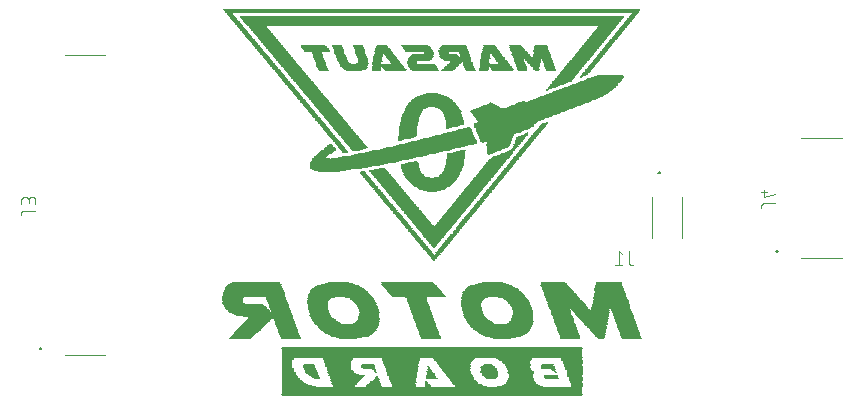
<source format=gbr>
G04 EAGLE Gerber RS-274X export*
G75*
%MOMM*%
%FSLAX34Y34*%
%LPD*%
%INSilkscreen Bottom*%
%IPPOS*%
%AMOC8*
5,1,8,0,0,1.08239X$1,22.5*%
G01*
%ADD10R,25.400000X0.063500*%
%ADD11R,25.527000X0.063500*%
%ADD12R,25.463500X0.063500*%
%ADD13R,2.857500X0.063500*%
%ADD14R,1.841500X0.063500*%
%ADD15R,1.333500X0.063500*%
%ADD16R,1.968500X0.063500*%
%ADD17R,0.571500X0.063500*%
%ADD18R,2.730500X0.063500*%
%ADD19R,3.873500X0.063500*%
%ADD20R,0.952500X0.063500*%
%ADD21R,2.476500X0.063500*%
%ADD22R,1.905000X0.063500*%
%ADD23R,1.270000X0.063500*%
%ADD24R,2.032000X0.063500*%
%ADD25R,0.444500X0.063500*%
%ADD26R,2.413000X0.063500*%
%ADD27R,3.175000X0.063500*%
%ADD28R,2.222500X0.063500*%
%ADD29R,1.143000X0.063500*%
%ADD30R,0.381000X0.063500*%
%ADD31R,2.349500X0.063500*%
%ADD32R,2.921000X0.063500*%
%ADD33R,1.016000X0.063500*%
%ADD34R,2.095500X0.063500*%
%ADD35R,1.079500X0.063500*%
%ADD36R,0.317500X0.063500*%
%ADD37R,2.286000X0.063500*%
%ADD38R,2.159000X0.063500*%
%ADD39R,0.254000X0.063500*%
%ADD40R,2.603500X0.063500*%
%ADD41R,0.889000X0.063500*%
%ADD42R,1.778000X0.063500*%
%ADD43R,0.825500X0.063500*%
%ADD44R,0.190500X0.063500*%
%ADD45R,1.714500X0.063500*%
%ADD46R,0.698500X0.063500*%
%ADD47R,0.063500X0.063500*%
%ADD48R,1.651000X0.063500*%
%ADD49R,1.524000X0.063500*%
%ADD50R,2.540000X0.063500*%
%ADD51R,0.508000X0.063500*%
%ADD52R,2.667000X0.063500*%
%ADD53R,0.635000X0.063500*%
%ADD54R,1.460500X0.063500*%
%ADD55R,1.206500X0.063500*%
%ADD56R,1.397000X0.063500*%
%ADD57R,2.794000X0.063500*%
%ADD58R,0.127000X0.063500*%
%ADD59R,2.984500X0.063500*%
%ADD60R,0.762000X0.063500*%
%ADD61R,1.587500X0.063500*%
%ADD62R,3.048000X0.063500*%
%ADD63R,3.111500X0.063500*%
%ADD64R,3.302000X0.063500*%
%ADD65R,3.429000X0.063500*%
%ADD66R,3.238500X0.063500*%
%ADD67R,3.619500X0.063500*%
%ADD68R,3.937000X0.063500*%
%ADD69R,3.683000X0.063500*%
%ADD70R,4.127500X0.063500*%
%ADD71R,4.254500X0.063500*%
%ADD72R,4.445000X0.063500*%
%ADD73R,4.572000X0.063500*%
%ADD74R,4.699000X0.063500*%
%ADD75R,4.635500X0.063500*%
%ADD76R,4.762500X0.063500*%
%ADD77R,4.826000X0.063500*%
%ADD78R,4.953000X0.063500*%
%ADD79R,5.080000X0.063500*%
%ADD80R,5.016500X0.063500*%
%ADD81R,5.143500X0.063500*%
%ADD82R,5.207000X0.063500*%
%ADD83R,5.270500X0.063500*%
%ADD84R,5.334000X0.063500*%
%ADD85R,3.810000X0.063500*%
%ADD86R,4.191000X0.063500*%
%ADD87R,4.508500X0.063500*%
%ADD88R,4.889500X0.063500*%
%ADD89R,3.492500X0.063500*%
%ADD90R,3.365500X0.063500*%
%ADD91R,5.397500X0.063500*%
%ADD92R,4.381500X0.063500*%
%ADD93R,4.000500X0.063500*%
%ADD94R,4.064000X0.063500*%
%ADD95R,3.556000X0.063500*%
%ADD96R,3.746500X0.063500*%
%ADD97R,4.318000X0.063500*%
%ADD98R,5.651500X0.063500*%
%ADD99R,5.905500X0.063500*%
%ADD100R,6.286500X0.063500*%
%ADD101R,6.604000X0.063500*%
%ADD102R,6.985000X0.063500*%
%ADD103R,7.239000X0.063500*%
%ADD104R,7.493000X0.063500*%
%ADD105R,7.683500X0.063500*%
%ADD106R,7.937500X0.063500*%
%ADD107R,8.191500X0.063500*%
%ADD108R,6.921500X0.063500*%
%ADD109R,6.667500X0.063500*%
%ADD110R,6.540500X0.063500*%
%ADD111R,6.413500X0.063500*%
%ADD112R,6.477000X0.063500*%
%ADD113R,6.350000X0.063500*%
%ADD114R,6.223000X0.063500*%
%ADD115R,6.159500X0.063500*%
%ADD116R,6.096000X0.063500*%
%ADD117R,5.842000X0.063500*%
%ADD118R,5.524500X0.063500*%
%ADD119R,5.461000X0.063500*%
%ADD120R,5.715000X0.063500*%
%ADD121R,6.794500X0.063500*%
%ADD122R,7.175500X0.063500*%
%ADD123R,7.429500X0.063500*%
%ADD124R,7.620000X0.063500*%
%ADD125R,7.874000X0.063500*%
%ADD126R,8.001000X0.063500*%
%ADD127R,8.128000X0.063500*%
%ADD128R,5.778500X0.063500*%
%ADD129R,31.305500X0.063500*%
%ADD130R,31.432500X0.063500*%
%ADD131R,31.559500X0.063500*%
%ADD132R,31.623000X0.063500*%
%ADD133R,31.750000X0.063500*%
%ADD134R,31.813500X0.063500*%
%ADD135R,31.940500X0.063500*%
%ADD136R,32.067500X0.063500*%
%ADD137R,32.194500X0.063500*%
%ADD138R,32.258000X0.063500*%
%ADD139R,32.321500X0.063500*%
%ADD140R,32.448500X0.063500*%
%ADD141R,32.512000X0.063500*%
%ADD142R,34.988500X0.063500*%
%ADD143R,35.052000X0.063500*%
%ADD144R,35.179000X0.063500*%
%ADD145R,35.306000X0.063500*%
%ADD146C,0.100000*%
%ADD147C,0.200000*%
%ADD148C,0.101600*%


D10*
X508318Y102870D03*
D11*
X508318Y103505D03*
D12*
X508635Y104140D03*
X508635Y104775D03*
X508635Y105410D03*
X508635Y106045D03*
X508635Y106680D03*
X508635Y107315D03*
X508635Y107950D03*
X508635Y108585D03*
X508635Y109220D03*
X508635Y109855D03*
D13*
X395605Y110490D03*
D14*
X433705Y110490D03*
D15*
X459105Y110490D03*
D16*
X484505Y110490D03*
D17*
X504825Y110490D03*
D18*
X541020Y110490D03*
D19*
X582930Y110490D03*
D20*
X631190Y110490D03*
D21*
X393700Y111125D03*
D22*
X434023Y111125D03*
D23*
X459423Y111125D03*
D24*
X484188Y111125D03*
D25*
X504825Y111125D03*
D26*
X539433Y111125D03*
D27*
X583248Y111125D03*
D20*
X631190Y111125D03*
D28*
X392430Y111760D03*
D24*
X434023Y111760D03*
D29*
X459423Y111760D03*
D24*
X484188Y111760D03*
D30*
X504508Y111760D03*
D31*
X538480Y111760D03*
D32*
X583248Y111760D03*
D33*
X630873Y111760D03*
D34*
X391795Y112395D03*
X434340Y112395D03*
D35*
X459740Y112395D03*
D24*
X484188Y112395D03*
D36*
X504190Y112395D03*
D37*
X537528Y112395D03*
D18*
X583565Y112395D03*
D33*
X630873Y112395D03*
D16*
X391160Y113030D03*
D38*
X434023Y113030D03*
D33*
X460058Y113030D03*
D34*
X483870Y113030D03*
D39*
X503873Y113030D03*
D28*
X536575Y113030D03*
D40*
X583565Y113030D03*
D33*
X630873Y113030D03*
D14*
X390525Y113665D03*
D28*
X434340Y113665D03*
D41*
X460058Y113665D03*
D38*
X484188Y113665D03*
D39*
X503873Y113665D03*
D38*
X536258Y113665D03*
D21*
X583565Y113665D03*
D35*
X630555Y113665D03*
D42*
X390208Y114300D03*
D37*
X434658Y114300D03*
D43*
X460375Y114300D03*
D28*
X483870Y114300D03*
D44*
X503555Y114300D03*
D38*
X535623Y114300D03*
D26*
X583883Y114300D03*
D35*
X630555Y114300D03*
D45*
X389890Y114935D03*
D26*
X434658Y114935D03*
D46*
X460375Y114935D03*
D28*
X483870Y114935D03*
D47*
X503555Y114935D03*
D38*
X534988Y114935D03*
D37*
X583883Y114935D03*
D35*
X630555Y114935D03*
D48*
X389573Y115570D03*
D21*
X434975Y115570D03*
D17*
X461010Y115570D03*
D28*
X483870Y115570D03*
D38*
X534353Y115570D03*
D37*
X583883Y115570D03*
D29*
X630238Y115570D03*
D49*
X388938Y116205D03*
D50*
X435293Y116205D03*
D51*
X461328Y116205D03*
D37*
X483553Y116205D03*
D34*
X534035Y116205D03*
D28*
X583565Y116205D03*
D29*
X630238Y116205D03*
D49*
X388938Y116840D03*
D30*
X411163Y116840D03*
D52*
X435293Y116840D03*
D30*
X461328Y116840D03*
D37*
X483553Y116840D03*
D33*
X508318Y116840D03*
D34*
X533400Y116840D03*
D53*
X558483Y116840D03*
D28*
X583565Y116840D03*
D35*
X610235Y116840D03*
D29*
X630238Y116840D03*
D54*
X388620Y117475D03*
D51*
X410528Y117475D03*
D18*
X435610Y117475D03*
D36*
X461645Y117475D03*
D37*
X483553Y117475D03*
D20*
X508000Y117475D03*
D34*
X532765Y117475D03*
D43*
X558165Y117475D03*
D34*
X583565Y117475D03*
D29*
X609918Y117475D03*
D55*
X629920Y117475D03*
D56*
X388303Y118110D03*
D53*
X409893Y118110D03*
D57*
X435928Y118110D03*
D39*
X461963Y118110D03*
D26*
X483553Y118110D03*
D41*
X507683Y118110D03*
D38*
X532448Y118110D03*
D20*
X558165Y118110D03*
D34*
X583565Y118110D03*
D29*
X609283Y118110D03*
D55*
X629920Y118110D03*
D15*
X387985Y118745D03*
D46*
X408940Y118745D03*
D32*
X435928Y118745D03*
D58*
X461963Y118745D03*
D26*
X483553Y118745D03*
D41*
X507683Y118745D03*
D38*
X531813Y118745D03*
D29*
X557848Y118745D03*
D34*
X583565Y118745D03*
D55*
X608965Y118745D03*
D23*
X629603Y118745D03*
X387668Y119380D03*
D43*
X408305Y119380D03*
D59*
X436245Y119380D03*
D26*
X483553Y119380D03*
D60*
X507683Y119380D03*
D38*
X531813Y119380D03*
D55*
X557530Y119380D03*
D34*
X583565Y119380D03*
D29*
X608648Y119380D03*
D23*
X629603Y119380D03*
X387668Y120015D03*
D41*
X407988Y120015D03*
D59*
X435610Y120015D03*
D21*
X483235Y120015D03*
D46*
X507365Y120015D03*
D38*
X531178Y120015D03*
D15*
X557530Y120015D03*
D34*
X583565Y120015D03*
D23*
X629603Y120015D03*
D55*
X387350Y120650D03*
D41*
X407353Y120650D03*
D50*
X433388Y120650D03*
D21*
X483235Y120650D03*
D53*
X507048Y120650D03*
D28*
X530860Y120650D03*
D15*
X557530Y120650D03*
D34*
X583565Y120650D03*
D15*
X629285Y120650D03*
D29*
X387033Y121285D03*
D20*
X407035Y121285D03*
D31*
X432435Y121285D03*
D50*
X482918Y121285D03*
D53*
X507048Y121285D03*
D28*
X530225Y121285D03*
D56*
X557213Y121285D03*
D38*
X583883Y121285D03*
D15*
X629285Y121285D03*
D29*
X387033Y121920D03*
D33*
X406718Y121920D03*
D37*
X431483Y121920D03*
D47*
X461010Y121920D03*
D40*
X483235Y121920D03*
D17*
X506730Y121920D03*
D28*
X530225Y121920D03*
D56*
X557213Y121920D03*
D28*
X583565Y121920D03*
D47*
X613410Y121920D03*
D15*
X629285Y121920D03*
D35*
X386715Y122555D03*
D33*
X406083Y122555D03*
D28*
X431165Y122555D03*
D58*
X460693Y122555D03*
D40*
X483235Y122555D03*
D51*
X506413Y122555D03*
D37*
X529908Y122555D03*
D54*
X556895Y122555D03*
D37*
X583883Y122555D03*
D58*
X613093Y122555D03*
D56*
X628968Y122555D03*
D33*
X386398Y123190D03*
X406083Y123190D03*
D38*
X430848Y123190D03*
D44*
X460375Y123190D03*
D52*
X482918Y123190D03*
D25*
X506095Y123190D03*
D31*
X529590Y123190D03*
D54*
X556895Y123190D03*
D38*
X583248Y123190D03*
D58*
X612458Y123190D03*
D56*
X628968Y123190D03*
D33*
X386398Y123825D03*
X405448Y123825D03*
D38*
X430213Y123825D03*
D44*
X459740Y123825D03*
D52*
X482918Y123825D03*
D30*
X506413Y123825D03*
D31*
X528955Y123825D03*
D56*
X556578Y123825D03*
D34*
X582930Y123825D03*
D39*
X611823Y123825D03*
D56*
X628968Y123825D03*
D20*
X386080Y124460D03*
D35*
X405130Y124460D03*
D34*
X429895Y124460D03*
D39*
X459423Y124460D03*
D52*
X482918Y124460D03*
D36*
X506095Y124460D03*
D26*
X528638Y124460D03*
D56*
X556578Y124460D03*
D34*
X582295Y124460D03*
D36*
X611505Y124460D03*
D54*
X628650Y124460D03*
D20*
X386080Y125095D03*
D35*
X405130Y125095D03*
D24*
X429578Y125095D03*
D36*
X459105Y125095D03*
D18*
X482600Y125095D03*
D39*
X505778Y125095D03*
D26*
X528638Y125095D03*
D15*
X556260Y125095D03*
D34*
X582295Y125095D03*
D36*
X610870Y125095D03*
D54*
X628650Y125095D03*
D20*
X386080Y125730D03*
D33*
X404813Y125730D03*
D34*
X429260Y125730D03*
D35*
X454660Y125730D03*
D18*
X482600Y125730D03*
D44*
X505460Y125730D03*
D21*
X528320Y125730D03*
D15*
X556260Y125730D03*
D24*
X581978Y125730D03*
D29*
X606743Y125730D03*
D49*
X628333Y125730D03*
D41*
X385763Y126365D03*
D35*
X404495Y126365D03*
D34*
X429260Y126365D03*
D29*
X454343Y126365D03*
D57*
X482918Y126365D03*
D44*
X505460Y126365D03*
D50*
X528003Y126365D03*
D23*
X555943Y126365D03*
D24*
X581343Y126365D03*
D29*
X606108Y126365D03*
D49*
X628333Y126365D03*
D41*
X385763Y127000D03*
D35*
X404495Y127000D03*
D38*
X428943Y127000D03*
D29*
X454343Y127000D03*
D13*
X482600Y127000D03*
D58*
X505143Y127000D03*
D40*
X527685Y127000D03*
D55*
X555625Y127000D03*
D24*
X581343Y127000D03*
D29*
X606108Y127000D03*
D49*
X628333Y127000D03*
D41*
X385763Y127635D03*
D33*
X404178Y127635D03*
D38*
X428943Y127635D03*
D29*
X453708Y127635D03*
D13*
X482600Y127635D03*
D52*
X527368Y127635D03*
D33*
X555308Y127635D03*
D34*
X581025Y127635D03*
D29*
X606108Y127635D03*
D61*
X628015Y127635D03*
D41*
X385763Y128270D03*
D20*
X404495Y128270D03*
D38*
X428943Y128270D03*
D29*
X453708Y128270D03*
D32*
X482283Y128270D03*
D52*
X527368Y128270D03*
D41*
X555308Y128270D03*
D38*
X580708Y128270D03*
D35*
X605790Y128270D03*
D61*
X628015Y128270D03*
D43*
X385445Y128905D03*
X404495Y128905D03*
D28*
X428625Y128905D03*
D33*
X453708Y128905D03*
D32*
X482283Y128905D03*
D18*
X527050Y128905D03*
D53*
X555308Y128905D03*
D38*
X580708Y128905D03*
D33*
X606108Y128905D03*
D61*
X628015Y128905D03*
D43*
X385445Y129540D03*
D28*
X428625Y129540D03*
D32*
X482283Y129540D03*
D13*
X527050Y129540D03*
D28*
X580390Y129540D03*
D48*
X627698Y129540D03*
D43*
X385445Y130175D03*
D28*
X428625Y130175D03*
D62*
X482283Y130175D03*
D32*
X526733Y130175D03*
D37*
X580073Y130175D03*
D48*
X627698Y130175D03*
D41*
X385763Y130810D03*
D37*
X428308Y130810D03*
D62*
X482283Y130810D03*
D32*
X526733Y130810D03*
D31*
X579755Y130810D03*
D48*
X627698Y130810D03*
D41*
X385763Y131445D03*
D37*
X428308Y131445D03*
D62*
X482283Y131445D03*
X526733Y131445D03*
D26*
X579438Y131445D03*
D45*
X627380Y131445D03*
D41*
X385763Y132080D03*
D31*
X428625Y132080D03*
D63*
X481965Y132080D03*
D27*
X526733Y132080D03*
D40*
X579120Y132080D03*
D45*
X627380Y132080D03*
D41*
X385763Y132715D03*
D26*
X428308Y132715D03*
D27*
X482283Y132715D03*
D64*
X526733Y132715D03*
D52*
X578803Y132715D03*
D42*
X627063Y132715D03*
D20*
X386080Y133350D03*
D21*
X428625Y133350D03*
D27*
X482283Y133350D03*
D65*
X526733Y133350D03*
D13*
X578485Y133350D03*
D42*
X627063Y133350D03*
D33*
X386398Y133985D03*
D40*
X428625Y133985D03*
D66*
X481965Y133985D03*
D67*
X527050Y133985D03*
D59*
X577850Y133985D03*
D42*
X627063Y133985D03*
D29*
X387033Y134620D03*
D52*
X428943Y134620D03*
D64*
X482283Y134620D03*
D68*
X528003Y134620D03*
D66*
X577850Y134620D03*
D14*
X626745Y134620D03*
D12*
X508635Y135255D03*
X508635Y135890D03*
X508635Y136525D03*
X508635Y137160D03*
X508635Y137795D03*
X508635Y138430D03*
X508635Y139065D03*
X508635Y139700D03*
X508635Y140335D03*
X508635Y140970D03*
X508635Y141605D03*
D11*
X508318Y142240D03*
D12*
X508635Y142875D03*
D10*
X508318Y143510D03*
D22*
X345758Y151130D03*
D45*
X388620Y151130D03*
D61*
X437515Y151130D03*
D45*
X507365Y151130D03*
D49*
X567373Y151130D03*
D45*
X625475Y151130D03*
D17*
X651510Y151130D03*
D48*
X677228Y151130D03*
D22*
X346393Y151765D03*
D45*
X388620Y151765D03*
D28*
X438150Y151765D03*
D45*
X507365Y151765D03*
D38*
X568008Y151765D03*
D45*
X625475Y151765D03*
D53*
X651193Y151765D03*
D45*
X676910Y151765D03*
D22*
X347028Y152400D03*
D45*
X387985Y152400D03*
D18*
X438150Y152400D03*
D48*
X507048Y152400D03*
D18*
X568325Y152400D03*
D45*
X624840Y152400D03*
D60*
X651193Y152400D03*
D45*
X676910Y152400D03*
D22*
X347663Y153035D03*
D45*
X387985Y153035D03*
D27*
X438468Y153035D03*
D45*
X506730Y153035D03*
D63*
X568325Y153035D03*
D45*
X624840Y153035D03*
D43*
X650875Y153035D03*
D45*
X676910Y153035D03*
D22*
X348298Y153670D03*
D45*
X387985Y153670D03*
D65*
X438468Y153670D03*
D45*
X506730Y153670D03*
D65*
X568643Y153670D03*
D45*
X624840Y153670D03*
D41*
X650558Y153670D03*
D45*
X676275Y153670D03*
D22*
X348933Y154305D03*
D45*
X387350Y154305D03*
D69*
X438468Y154305D03*
D45*
X506095Y154305D03*
D69*
X568643Y154305D03*
D45*
X624205Y154305D03*
D20*
X650240Y154305D03*
D45*
X676275Y154305D03*
D22*
X349568Y154940D03*
D45*
X387350Y154940D03*
D68*
X438468Y154940D03*
D45*
X506095Y154940D03*
D19*
X568325Y154940D03*
D45*
X624205Y154940D03*
D33*
X649923Y154940D03*
D45*
X676275Y154940D03*
D22*
X350203Y155575D03*
D48*
X387033Y155575D03*
D70*
X438150Y155575D03*
D45*
X506095Y155575D03*
D70*
X568325Y155575D03*
D48*
X623888Y155575D03*
D35*
X649605Y155575D03*
D45*
X675640Y155575D03*
D16*
X351155Y156210D03*
D45*
X386715Y156210D03*
D71*
X438150Y156210D03*
D45*
X505460Y156210D03*
D71*
X568325Y156210D03*
D45*
X623570Y156210D03*
D55*
X649605Y156210D03*
D45*
X675640Y156210D03*
D16*
X351790Y156845D03*
D45*
X386715Y156845D03*
D72*
X437833Y156845D03*
D45*
X505460Y156845D03*
D72*
X568008Y156845D03*
D45*
X623570Y156845D03*
D23*
X649288Y156845D03*
D48*
X675323Y156845D03*
D16*
X352425Y157480D03*
D48*
X386398Y157480D03*
D73*
X437833Y157480D03*
D48*
X505143Y157480D03*
D73*
X568008Y157480D03*
D48*
X623253Y157480D03*
D15*
X648970Y157480D03*
D45*
X675005Y157480D03*
D16*
X353060Y158115D03*
D45*
X386080Y158115D03*
D74*
X437833Y158115D03*
D45*
X504825Y158115D03*
D75*
X567690Y158115D03*
D45*
X622935Y158115D03*
D15*
X648970Y158115D03*
D45*
X675005Y158115D03*
D24*
X353378Y158750D03*
D45*
X386080Y158750D03*
D76*
X437515Y158750D03*
D45*
X504825Y158750D03*
D77*
X567373Y158750D03*
D45*
X622935Y158750D03*
D56*
X648653Y158750D03*
D45*
X674370Y158750D03*
D24*
X354013Y159385D03*
D45*
X385445Y159385D03*
D78*
X437198Y159385D03*
D45*
X504190Y159385D03*
D78*
X567373Y159385D03*
D45*
X622300Y159385D03*
D49*
X648653Y159385D03*
D45*
X674370Y159385D03*
D24*
X354648Y160020D03*
D45*
X385445Y160020D03*
D79*
X437198Y160020D03*
D45*
X504190Y160020D03*
D80*
X567055Y160020D03*
D45*
X622300Y160020D03*
D61*
X648335Y160020D03*
D45*
X674370Y160020D03*
D24*
X355283Y160655D03*
D48*
X385128Y160655D03*
D81*
X436880Y160655D03*
D45*
X504190Y160655D03*
D81*
X567055Y160655D03*
D45*
X622300Y160655D03*
D48*
X648018Y160655D03*
D45*
X673735Y160655D03*
D24*
X355918Y161290D03*
D45*
X384810Y161290D03*
D81*
X436880Y161290D03*
D45*
X503555Y161290D03*
D82*
X566738Y161290D03*
D45*
X621665Y161290D03*
X647700Y161290D03*
X673735Y161290D03*
D24*
X356553Y161925D03*
D45*
X384810Y161925D03*
D83*
X436880Y161925D03*
D45*
X503555Y161925D03*
D83*
X566420Y161925D03*
D45*
X621665Y161925D03*
D42*
X647383Y161925D03*
D45*
X673735Y161925D03*
D24*
X357188Y162560D03*
D48*
X384493Y162560D03*
D84*
X436563Y162560D03*
D45*
X503555Y162560D03*
D84*
X566738Y162560D03*
D45*
X621665Y162560D03*
D14*
X647065Y162560D03*
D45*
X673100Y162560D03*
D24*
X357823Y163195D03*
D45*
X384175Y163195D03*
D31*
X421005Y163195D03*
X451485Y163195D03*
D45*
X502920Y163195D03*
D31*
X551180Y163195D03*
X581660Y163195D03*
D45*
X621030Y163195D03*
D16*
X647065Y163195D03*
D45*
X673100Y163195D03*
D34*
X358775Y163830D03*
D45*
X384175Y163830D03*
D37*
X420053Y163830D03*
D28*
X452755Y163830D03*
D45*
X502920Y163830D03*
D28*
X549910Y163830D03*
D38*
X582613Y163830D03*
D45*
X621030Y163830D03*
D24*
X646748Y163830D03*
D48*
X672783Y163830D03*
D34*
X359410Y164465D03*
D48*
X383858Y164465D03*
D38*
X419418Y164465D03*
D34*
X453390Y164465D03*
D48*
X502603Y164465D03*
D38*
X548958Y164465D03*
D24*
X583248Y164465D03*
D45*
X620395Y164465D03*
D34*
X646430Y164465D03*
D45*
X672465Y164465D03*
D34*
X360045Y165100D03*
D45*
X383540Y165100D03*
D34*
X418465Y165100D03*
D24*
X453708Y165100D03*
D45*
X502285Y165100D03*
D34*
X548640Y165100D03*
D24*
X583883Y165100D03*
D45*
X620395Y165100D03*
D38*
X646113Y165100D03*
D45*
X672465Y165100D03*
D34*
X360680Y165735D03*
D45*
X383540Y165735D03*
D24*
X417513Y165735D03*
D16*
X454025Y165735D03*
D45*
X502285Y165735D03*
D24*
X547688Y165735D03*
D16*
X584200Y165735D03*
D45*
X620395Y165735D03*
D38*
X646113Y165735D03*
D45*
X671830Y165735D03*
D34*
X361315Y166370D03*
D45*
X382905Y166370D03*
D16*
X417195Y166370D03*
D22*
X454343Y166370D03*
D45*
X501650Y166370D03*
D24*
X547053Y166370D03*
D22*
X584518Y166370D03*
D45*
X619760Y166370D03*
D37*
X646113Y166370D03*
D45*
X671830Y166370D03*
D34*
X361950Y167005D03*
D45*
X382905Y167005D03*
D16*
X416560Y167005D03*
D14*
X454660Y167005D03*
D45*
X501650Y167005D03*
D22*
X546418Y167005D03*
X584518Y167005D03*
D45*
X619760Y167005D03*
D31*
X645795Y167005D03*
D45*
X671830Y167005D03*
D34*
X362585Y167640D03*
D45*
X382270Y167640D03*
D14*
X415925Y167640D03*
X454660Y167640D03*
D45*
X501650Y167640D03*
D22*
X545783Y167640D03*
D14*
X584835Y167640D03*
D45*
X619760Y167640D03*
D26*
X645478Y167640D03*
D45*
X671195Y167640D03*
D85*
X371793Y168275D03*
D14*
X415290Y168275D03*
D42*
X454978Y168275D03*
D45*
X501015Y168275D03*
D14*
X545465Y168275D03*
X584835Y168275D03*
D45*
X619125Y168275D03*
D21*
X645160Y168275D03*
D45*
X671195Y168275D03*
D85*
X371793Y168910D03*
D42*
X414973Y168910D03*
X454978Y168910D03*
D45*
X501015Y168910D03*
D14*
X544830Y168910D03*
D42*
X585153Y168910D03*
D45*
X619125Y168910D03*
D50*
X644843Y168910D03*
D45*
X671195Y168910D03*
D86*
X369253Y169545D03*
D42*
X414338Y169545D03*
X454978Y169545D03*
D45*
X501015Y169545D03*
D42*
X544513Y169545D03*
X585153Y169545D03*
D45*
X619125Y169545D03*
D52*
X644843Y169545D03*
D45*
X670560Y169545D03*
D87*
X367665Y170180D03*
D42*
X414338Y170180D03*
D45*
X455295Y170180D03*
X500380Y170180D03*
D42*
X543878Y170180D03*
X585153Y170180D03*
D45*
X618490Y170180D03*
D18*
X644525Y170180D03*
D45*
X670560Y170180D03*
D76*
X366395Y170815D03*
D42*
X413703Y170815D03*
D45*
X455295Y170815D03*
X500380Y170815D03*
D42*
X543878Y170815D03*
D45*
X585470Y170815D03*
X618490Y170815D03*
D57*
X644208Y170815D03*
D48*
X670243Y170815D03*
D88*
X365125Y171450D03*
D45*
X413385Y171450D03*
X455295Y171450D03*
D48*
X500063Y171450D03*
D45*
X543560Y171450D03*
D48*
X585153Y171450D03*
D45*
X617855Y171450D03*
D13*
X643890Y171450D03*
D45*
X669925Y171450D03*
D80*
X364490Y172085D03*
D45*
X413385Y172085D03*
X455295Y172085D03*
X499745Y172085D03*
X542925Y172085D03*
D48*
X585153Y172085D03*
D45*
X617855Y172085D03*
D32*
X643573Y172085D03*
D45*
X669925Y172085D03*
D81*
X363855Y172720D03*
D45*
X412750Y172720D03*
D48*
X455613Y172720D03*
D45*
X499745Y172720D03*
X542925Y172720D03*
D48*
X585153Y172720D03*
D45*
X617855Y172720D03*
D32*
X643573Y172720D03*
D45*
X669290Y172720D03*
D82*
X362903Y173355D03*
D45*
X412750Y173355D03*
D61*
X455295Y173355D03*
D45*
X499110Y173355D03*
D48*
X542608Y173355D03*
X585153Y173355D03*
D45*
X617220Y173355D03*
D62*
X643573Y173355D03*
D45*
X669290Y173355D03*
D89*
X353695Y173990D03*
D45*
X380365Y173990D03*
D48*
X412433Y173990D03*
X454978Y173990D03*
D45*
X499110Y173990D03*
D48*
X542608Y173990D03*
X585153Y173990D03*
D45*
X617220Y173990D03*
D63*
X643255Y173990D03*
D45*
X669290Y173990D03*
D89*
X353060Y174625D03*
D48*
X380048Y174625D03*
X412433Y174625D03*
X454978Y174625D03*
D45*
X499110Y174625D03*
D48*
X541973Y174625D03*
X585153Y174625D03*
D45*
X617220Y174625D03*
D27*
X642938Y174625D03*
D45*
X668655Y174625D03*
D89*
X352425Y175260D03*
D45*
X379730Y175260D03*
D48*
X411798Y175260D03*
X454978Y175260D03*
D45*
X498475Y175260D03*
D48*
X541973Y175260D03*
X584518Y175260D03*
D45*
X616585Y175260D03*
D61*
X634365Y175260D03*
X650875Y175260D03*
D45*
X668655Y175260D03*
D89*
X351790Y175895D03*
D45*
X379730Y175895D03*
D48*
X411798Y175895D03*
D45*
X454660Y175895D03*
X498475Y175895D03*
D48*
X541973Y175895D03*
X584518Y175895D03*
D45*
X616585Y175895D03*
D61*
X633730Y175895D03*
X650875Y175895D03*
D45*
X668655Y175895D03*
D89*
X351155Y176530D03*
D48*
X379413Y176530D03*
X411798Y176530D03*
X454343Y176530D03*
D45*
X498475Y176530D03*
D48*
X541973Y176530D03*
X584518Y176530D03*
D64*
X624523Y176530D03*
X660083Y176530D03*
D89*
X350520Y177165D03*
D45*
X379095Y177165D03*
D48*
X411798Y177165D03*
X454343Y177165D03*
D45*
X497840Y177165D03*
D48*
X541973Y177165D03*
D45*
X584200Y177165D03*
D64*
X623888Y177165D03*
X660083Y177165D03*
D89*
X349885Y177800D03*
D45*
X379095Y177800D03*
D48*
X411798Y177800D03*
D45*
X454025Y177800D03*
X497840Y177800D03*
X541655Y177800D03*
D48*
X583883Y177800D03*
D66*
X623570Y177800D03*
X659765Y177800D03*
D65*
X349568Y178435D03*
D48*
X378778Y178435D03*
D45*
X411480Y178435D03*
X453390Y178435D03*
D48*
X497523Y178435D03*
D45*
X541655Y178435D03*
X583565Y178435D03*
D64*
X623253Y178435D03*
D66*
X659765Y178435D03*
D65*
X348933Y179070D03*
D45*
X378460Y179070D03*
X411480Y179070D03*
X453390Y179070D03*
X497205Y179070D03*
X541655Y179070D03*
D42*
X583248Y179070D03*
D66*
X622935Y179070D03*
X659765Y179070D03*
D90*
X348615Y179705D03*
D45*
X378460Y179705D03*
X411480Y179705D03*
X452755Y179705D03*
X497205Y179705D03*
X541655Y179705D03*
X582930Y179705D03*
D27*
X622618Y179705D03*
X659448Y179705D03*
D22*
X340678Y180340D03*
D45*
X377825Y180340D03*
X411480Y180340D03*
D42*
X452438Y180340D03*
D45*
X496570Y180340D03*
X541655Y180340D03*
D42*
X582613Y180340D03*
D27*
X621983Y180340D03*
D63*
X659765Y180340D03*
D42*
X340043Y180975D03*
D45*
X377825Y180975D03*
D42*
X411798Y180975D03*
D14*
X452120Y180975D03*
D45*
X496570Y180975D03*
X541655Y180975D03*
D42*
X581978Y180975D03*
D63*
X621665Y180975D03*
X659765Y180975D03*
D42*
X340043Y181610D03*
D48*
X377508Y181610D03*
D42*
X411798Y181610D03*
D14*
X451485Y181610D03*
D45*
X496570Y181610D03*
D42*
X541973Y181610D03*
D14*
X581660Y181610D03*
D62*
X621348Y181610D03*
X659448Y181610D03*
D45*
X339725Y182245D03*
X377190Y182245D03*
D42*
X411798Y182245D03*
D14*
X450850Y182245D03*
D45*
X495935Y182245D03*
D42*
X541973Y182245D03*
D14*
X581025Y182245D03*
D62*
X620713Y182245D03*
X659448Y182245D03*
D42*
X339408Y182880D03*
D45*
X377190Y182880D03*
D14*
X412115Y182880D03*
D22*
X450533Y182880D03*
D45*
X495935Y182880D03*
D42*
X541973Y182880D03*
D22*
X580708Y182880D03*
D59*
X620395Y182880D03*
D62*
X659448Y182880D03*
D42*
X339408Y183515D03*
D48*
X376873Y183515D03*
D14*
X412115Y183515D03*
D22*
X449898Y183515D03*
D45*
X495935Y183515D03*
D14*
X542290Y183515D03*
D22*
X580073Y183515D03*
D32*
X620078Y183515D03*
X659448Y183515D03*
D42*
X339408Y184150D03*
D45*
X376555Y184150D03*
D22*
X412433Y184150D03*
D24*
X449263Y184150D03*
D45*
X495300Y184150D03*
D22*
X542608Y184150D03*
D16*
X579120Y184150D03*
D32*
X619443Y184150D03*
X659448Y184150D03*
D42*
X339408Y184785D03*
D45*
X376555Y184785D03*
D16*
X412750Y184785D03*
D24*
X448628Y184785D03*
D45*
X495300Y184785D03*
D16*
X542925Y184785D03*
D24*
X578803Y184785D03*
D13*
X619125Y184785D03*
X659130Y184785D03*
D42*
X339408Y185420D03*
D45*
X375920Y185420D03*
D34*
X413385Y185420D03*
X447675Y185420D03*
D45*
X495300Y185420D03*
D24*
X543243Y185420D03*
D34*
X577850Y185420D03*
D13*
X618490Y185420D03*
X659130Y185420D03*
D14*
X339725Y186055D03*
D45*
X375920Y186055D03*
D37*
X414973Y186055D03*
D31*
X446405Y186055D03*
D42*
X494983Y186055D03*
D37*
X544513Y186055D03*
X576263Y186055D03*
D13*
X618490Y186055D03*
X659130Y186055D03*
D84*
X357823Y186690D03*
D91*
X430530Y186690D03*
D87*
X497205Y186690D03*
D84*
X560388Y186690D03*
D57*
X618173Y186690D03*
D18*
X659130Y186690D03*
D83*
X357505Y187325D03*
D84*
X430213Y187325D03*
D73*
X496253Y187325D03*
D84*
X560388Y187325D03*
D57*
X617538Y187325D03*
D18*
X659130Y187325D03*
D83*
X357505Y187960D03*
X429895Y187960D03*
D75*
X495935Y187960D03*
D83*
X560070Y187960D03*
D18*
X617220Y187960D03*
X659130Y187960D03*
D83*
X357505Y188595D03*
D81*
X429895Y188595D03*
D75*
X495300Y188595D03*
D82*
X559753Y188595D03*
D52*
X616903Y188595D03*
X658813Y188595D03*
D82*
X357188Y189230D03*
D79*
X429578Y189230D03*
D75*
X494665Y189230D03*
D79*
X559753Y189230D03*
D52*
X616268Y189230D03*
X658813Y189230D03*
D82*
X357188Y189865D03*
D78*
X429578Y189865D03*
D75*
X494030Y189865D03*
D80*
X559435Y189865D03*
D40*
X615950Y189865D03*
D50*
X658813Y189865D03*
D79*
X357188Y190500D03*
D88*
X429260Y190500D03*
D73*
X493713Y190500D03*
D88*
X559435Y190500D03*
D50*
X615633Y190500D03*
X658813Y190500D03*
D79*
X357188Y191135D03*
D76*
X429260Y191135D03*
D75*
X493395Y191135D03*
D77*
X559118Y191135D03*
D50*
X614998Y191135D03*
X658813Y191135D03*
D79*
X357188Y191770D03*
D74*
X428943Y191770D03*
D75*
X492760Y191770D03*
X558800Y191770D03*
D21*
X614680Y191770D03*
X658495Y191770D03*
D78*
X357188Y192405D03*
D73*
X428943Y192405D03*
D75*
X492125Y192405D03*
D87*
X558800Y192405D03*
D21*
X614045Y192405D03*
X658495Y192405D03*
D78*
X357188Y193040D03*
D92*
X428625Y193040D03*
D75*
X491490Y193040D03*
D92*
X558800Y193040D03*
D26*
X613728Y193040D03*
D21*
X658495Y193040D03*
D88*
X357505Y193675D03*
D71*
X428625Y193675D03*
D73*
X491173Y193675D03*
D86*
X558483Y193675D03*
D31*
X613410Y193675D03*
X658495Y193675D03*
D77*
X357188Y194310D03*
D93*
X428625Y194310D03*
D73*
X490538Y194310D03*
D94*
X558483Y194310D03*
D26*
X613093Y194310D03*
D31*
X658495Y194310D03*
D76*
X357505Y194945D03*
D85*
X428308Y194945D03*
D73*
X489903Y194945D03*
D85*
X558483Y194945D03*
D31*
X612775Y194945D03*
X658495Y194945D03*
D75*
X357505Y195580D03*
D95*
X428308Y195580D03*
D73*
X489268Y195580D03*
D95*
X558483Y195580D03*
D37*
X612458Y195580D03*
X658178Y195580D03*
D73*
X357823Y196215D03*
D64*
X428308Y196215D03*
D87*
X488950Y196215D03*
D64*
X558483Y196215D03*
D37*
X611823Y196215D03*
X658178Y196215D03*
D87*
X358140Y196850D03*
D32*
X428943Y196850D03*
D87*
X488315Y196850D03*
D13*
X558800Y196850D03*
D28*
X611505Y196850D03*
D38*
X658178Y196850D03*
D71*
X358775Y197485D03*
D31*
X429260Y197485D03*
D72*
X487998Y197485D03*
D26*
X559118Y197485D03*
D38*
X611188Y197485D03*
X658178Y197485D03*
D70*
X359410Y198120D03*
D42*
X429578Y198120D03*
D72*
X487363Y198120D03*
D42*
X559753Y198120D03*
D34*
X610870Y198120D03*
D38*
X658178Y198120D03*
D58*
X510223Y217170D03*
D39*
X510223Y217805D03*
D30*
X510223Y218440D03*
D25*
X509905Y219075D03*
D17*
X509905Y219710D03*
D53*
X510223Y220345D03*
D60*
X510223Y220980D03*
D41*
X510223Y221615D03*
D25*
X507365Y222250D03*
X513080Y222250D03*
X506730Y222885D03*
D30*
X513398Y222885D03*
X506413Y223520D03*
D25*
X513715Y223520D03*
D30*
X505778Y224155D03*
D25*
X514350Y224155D03*
X505460Y224790D03*
X514985Y224790D03*
X504825Y225425D03*
X515620Y225425D03*
X504190Y226060D03*
X516255Y226060D03*
X503555Y226695D03*
X516255Y226695D03*
X502920Y227330D03*
X516890Y227330D03*
D51*
X502603Y227965D03*
D58*
X510223Y227965D03*
D25*
X517525Y227965D03*
X502285Y228600D03*
D39*
X510223Y228600D03*
D25*
X518160Y228600D03*
X501650Y229235D03*
D36*
X509905Y229235D03*
D25*
X518795Y229235D03*
X501015Y229870D03*
X509905Y229870D03*
D51*
X519113Y229870D03*
D25*
X500380Y230505D03*
D51*
X510223Y230505D03*
D25*
X519430Y230505D03*
D51*
X500063Y231140D03*
D53*
X510223Y231140D03*
D25*
X520065Y231140D03*
X499745Y231775D03*
D60*
X510223Y231775D03*
D25*
X520700Y231775D03*
X499110Y232410D03*
D43*
X509905Y232410D03*
D25*
X521335Y232410D03*
X498475Y233045D03*
D20*
X509905Y233045D03*
D51*
X521653Y233045D03*
D25*
X497840Y233680D03*
D29*
X510223Y233680D03*
D25*
X521970Y233680D03*
X497205Y234315D03*
D29*
X510223Y234315D03*
D25*
X522605Y234315D03*
X496570Y234950D03*
D23*
X510223Y234950D03*
D25*
X523240Y234950D03*
D51*
X496253Y235585D03*
D56*
X510223Y235585D03*
D25*
X523875Y235585D03*
X495935Y236220D03*
D54*
X509905Y236220D03*
D25*
X524510Y236220D03*
X495300Y236855D03*
D48*
X510223Y236855D03*
D30*
X524828Y236855D03*
D25*
X494665Y237490D03*
D42*
X510223Y237490D03*
D25*
X525145Y237490D03*
X494030Y238125D03*
D14*
X509905Y238125D03*
D25*
X525780Y238125D03*
X493395Y238760D03*
D22*
X510223Y238760D03*
D25*
X526415Y238760D03*
D51*
X493078Y239395D03*
D24*
X510223Y239395D03*
D25*
X527050Y239395D03*
X492760Y240030D03*
D34*
X509905Y240030D03*
D30*
X527368Y240030D03*
D25*
X492125Y240665D03*
D28*
X509905Y240665D03*
D25*
X528320Y240665D03*
X491490Y241300D03*
D31*
X509905Y241300D03*
D25*
X528320Y241300D03*
X490855Y241935D03*
D26*
X510223Y241935D03*
D25*
X528955Y241935D03*
X490220Y242570D03*
D50*
X510223Y242570D03*
D25*
X529590Y242570D03*
D30*
X489903Y243205D03*
D52*
X510223Y243205D03*
D30*
X529908Y243205D03*
D25*
X489585Y243840D03*
D57*
X510223Y243840D03*
D25*
X530860Y243840D03*
X488950Y244475D03*
D13*
X509905Y244475D03*
D25*
X530860Y244475D03*
X488315Y245110D03*
D59*
X509905Y245110D03*
D25*
X531495Y245110D03*
X487680Y245745D03*
D63*
X509905Y245745D03*
D25*
X532130Y245745D03*
X487045Y246380D03*
D49*
X501968Y246380D03*
D61*
X518160Y246380D03*
D25*
X532765Y246380D03*
D51*
X486728Y247015D03*
D49*
X501333Y247015D03*
D61*
X518795Y247015D03*
D51*
X533083Y247015D03*
X486093Y247650D03*
D49*
X500698Y247650D03*
X519113Y247650D03*
D25*
X533400Y247650D03*
X485775Y248285D03*
D49*
X500063Y248285D03*
X519748Y248285D03*
D25*
X534035Y248285D03*
X485140Y248920D03*
D49*
X499428Y248920D03*
X520383Y248920D03*
D25*
X534670Y248920D03*
X484505Y249555D03*
D49*
X498793Y249555D03*
D61*
X520700Y249555D03*
D25*
X535305Y249555D03*
D51*
X484188Y250190D03*
D49*
X498793Y250190D03*
X521653Y250190D03*
D51*
X535623Y250190D03*
X483553Y250825D03*
D49*
X498158Y250825D03*
D61*
X521970Y250825D03*
D51*
X536258Y250825D03*
D25*
X483235Y251460D03*
D49*
X497523Y251460D03*
X522288Y251460D03*
D25*
X536575Y251460D03*
X482600Y252095D03*
D49*
X496888Y252095D03*
X522923Y252095D03*
D25*
X537210Y252095D03*
X481965Y252730D03*
D49*
X496253Y252730D03*
X523558Y252730D03*
D25*
X537845Y252730D03*
X481330Y253365D03*
D54*
X495935Y253365D03*
D49*
X524193Y253365D03*
D51*
X538163Y253365D03*
X481013Y254000D03*
D54*
X495300Y254000D03*
D61*
X524510Y254000D03*
D51*
X538798Y254000D03*
D25*
X480695Y254635D03*
D49*
X494983Y254635D03*
X524828Y254635D03*
D51*
X539433Y254635D03*
D25*
X480060Y255270D03*
D49*
X494348Y255270D03*
X525463Y255270D03*
D25*
X539750Y255270D03*
D51*
X479108Y255905D03*
D49*
X493713Y255905D03*
X526098Y255905D03*
D25*
X540385Y255905D03*
X478790Y256540D03*
D49*
X493078Y256540D03*
X526733Y256540D03*
D25*
X541020Y256540D03*
X478155Y257175D03*
D49*
X492443Y257175D03*
D61*
X527050Y257175D03*
D25*
X541655Y257175D03*
X477520Y257810D03*
D49*
X492443Y257810D03*
D61*
X527685Y257810D03*
D51*
X541973Y257810D03*
D30*
X477203Y258445D03*
D49*
X491808Y258445D03*
D61*
X528320Y258445D03*
D51*
X542608Y258445D03*
X476568Y259080D03*
D49*
X491173Y259080D03*
X528638Y259080D03*
D25*
X542925Y259080D03*
X476250Y259715D03*
D49*
X490538Y259715D03*
X529273Y259715D03*
D25*
X543560Y259715D03*
X475615Y260350D03*
D49*
X489903Y260350D03*
D61*
X529590Y260350D03*
D25*
X544195Y260350D03*
X474980Y260985D03*
D49*
X489268Y260985D03*
D61*
X530225Y260985D03*
D25*
X544830Y260985D03*
X474345Y261620D03*
D49*
X489268Y261620D03*
D61*
X530860Y261620D03*
D51*
X545148Y261620D03*
X474028Y262255D03*
D49*
X488633Y262255D03*
X531178Y262255D03*
D25*
X545465Y262255D03*
X473710Y262890D03*
D49*
X487998Y262890D03*
X531813Y262890D03*
D25*
X546100Y262890D03*
X473075Y263525D03*
D49*
X487363Y263525D03*
X532448Y263525D03*
D25*
X546735Y263525D03*
X472440Y264160D03*
D49*
X486728Y264160D03*
X533083Y264160D03*
D25*
X547370Y264160D03*
X471805Y264795D03*
D61*
X486410Y264795D03*
X533400Y264795D03*
D51*
X547688Y264795D03*
D25*
X471170Y265430D03*
D49*
X485458Y265430D03*
X533718Y265430D03*
D25*
X548005Y265430D03*
X470535Y266065D03*
D49*
X485458Y266065D03*
X534353Y266065D03*
D25*
X548640Y266065D03*
D30*
X470218Y266700D03*
D49*
X484823Y266700D03*
X534988Y266700D03*
D25*
X549275Y266700D03*
D51*
X469583Y267335D03*
D49*
X484188Y267335D03*
X535623Y267335D03*
D25*
X549910Y267335D03*
X469265Y267970D03*
D49*
X483553Y267970D03*
D61*
X535940Y267970D03*
D25*
X550545Y267970D03*
X468630Y268605D03*
D49*
X482918Y268605D03*
X536258Y268605D03*
D30*
X550863Y268605D03*
D25*
X467995Y269240D03*
D49*
X482283Y269240D03*
X536893Y269240D03*
D51*
X551498Y269240D03*
D30*
X467678Y269875D03*
D49*
X482283Y269875D03*
X537528Y269875D03*
D25*
X551815Y269875D03*
X466725Y270510D03*
D49*
X481648Y270510D03*
X538163Y270510D03*
D25*
X552450Y270510D03*
X466725Y271145D03*
D49*
X481013Y271145D03*
X538798Y271145D03*
D25*
X553085Y271145D03*
X466090Y271780D03*
D49*
X480378Y271780D03*
D61*
X539115Y271780D03*
D30*
X553403Y271780D03*
D25*
X465455Y272415D03*
D49*
X479743Y272415D03*
D61*
X539750Y272415D03*
D51*
X554038Y272415D03*
D25*
X464820Y273050D03*
D49*
X479743Y273050D03*
X540068Y273050D03*
D25*
X554355Y273050D03*
X464185Y273685D03*
D54*
X478790Y273685D03*
D49*
X540703Y273685D03*
D25*
X554990Y273685D03*
D51*
X463868Y274320D03*
D49*
X478473Y274320D03*
X541338Y274320D03*
D25*
X555625Y274320D03*
X463550Y274955D03*
D49*
X477838Y274955D03*
D61*
X541655Y274955D03*
D25*
X556260Y274955D03*
X462915Y275590D03*
D49*
X477203Y275590D03*
D43*
X508000Y275590D03*
D61*
X542290Y275590D03*
D51*
X556578Y275590D03*
D25*
X462280Y276225D03*
D54*
X476885Y276225D03*
X508000Y276225D03*
D49*
X542608Y276225D03*
D25*
X556895Y276225D03*
X461645Y276860D03*
D54*
X476250Y276860D03*
D14*
X508000Y276860D03*
D49*
X543243Y276860D03*
D25*
X557530Y276860D03*
X461010Y277495D03*
D49*
X475933Y277495D03*
D38*
X508318Y277495D03*
D49*
X543878Y277495D03*
D25*
X558165Y277495D03*
D30*
X460693Y278130D03*
D49*
X475298Y278130D03*
D26*
X508318Y278130D03*
D61*
X544195Y278130D03*
D25*
X558800Y278130D03*
X460375Y278765D03*
D49*
X474663Y278765D03*
D40*
X508000Y278765D03*
D61*
X544830Y278765D03*
D25*
X559435Y278765D03*
X459740Y279400D03*
D49*
X474028Y279400D03*
D13*
X508000Y279400D03*
D61*
X545465Y279400D03*
D30*
X559753Y279400D03*
D25*
X459105Y280035D03*
D49*
X473393Y280035D03*
D62*
X508318Y280035D03*
D49*
X545783Y280035D03*
D25*
X560070Y280035D03*
X458470Y280670D03*
D49*
X472758Y280670D03*
D66*
X508000Y280670D03*
D49*
X546418Y280670D03*
D25*
X560705Y280670D03*
X457835Y281305D03*
D49*
X472758Y281305D03*
D90*
X508000Y281305D03*
D49*
X547053Y281305D03*
D25*
X561340Y281305D03*
D51*
X457518Y281940D03*
D49*
X472123Y281940D03*
D89*
X508000Y281940D03*
D49*
X547688Y281940D03*
D25*
X561975Y281940D03*
X457200Y282575D03*
D49*
X471488Y282575D03*
D67*
X508000Y282575D03*
D61*
X548005Y282575D03*
D30*
X562293Y282575D03*
D25*
X456565Y283210D03*
D49*
X470853Y283210D03*
D96*
X508000Y283210D03*
D49*
X548323Y283210D03*
D25*
X562610Y283210D03*
X455930Y283845D03*
D49*
X470218Y283845D03*
D19*
X508000Y283845D03*
D49*
X548958Y283845D03*
D51*
X563563Y283845D03*
D25*
X455295Y284480D03*
D61*
X469900Y284480D03*
D93*
X508000Y284480D03*
D49*
X549593Y284480D03*
D25*
X563880Y284480D03*
X454660Y285115D03*
D49*
X469583Y285115D03*
D70*
X508000Y285115D03*
D49*
X550228Y285115D03*
D25*
X564515Y285115D03*
D51*
X454343Y285750D03*
D49*
X468948Y285750D03*
D86*
X508318Y285750D03*
D61*
X550545Y285750D03*
D25*
X565150Y285750D03*
X454025Y286385D03*
D49*
X468313Y286385D03*
D97*
X508318Y286385D03*
D49*
X550863Y286385D03*
D51*
X565468Y286385D03*
D25*
X453390Y287020D03*
D49*
X467678Y287020D03*
D24*
X496253Y287020D03*
D16*
X520065Y287020D03*
D49*
X551498Y287020D03*
D25*
X565785Y287020D03*
X452755Y287655D03*
D49*
X467043Y287655D03*
D14*
X494665Y287655D03*
D42*
X521653Y287655D03*
D49*
X552133Y287655D03*
D25*
X566420Y287655D03*
X452120Y288290D03*
D49*
X466408Y288290D03*
D45*
X494030Y288290D03*
X522605Y288290D03*
D49*
X552768Y288290D03*
D25*
X567055Y288290D03*
X451485Y288925D03*
D49*
X465773Y288925D03*
D45*
X493395Y288925D03*
D48*
X522923Y288925D03*
D61*
X553085Y288925D03*
D25*
X567690Y288925D03*
X450850Y289560D03*
D49*
X465773Y289560D03*
D48*
X493078Y289560D03*
X523558Y289560D03*
D61*
X553720Y289560D03*
D51*
X568008Y289560D03*
X450533Y290195D03*
D49*
X465138Y290195D03*
D48*
X492443Y290195D03*
D61*
X523875Y290195D03*
D49*
X554038Y290195D03*
D25*
X568325Y290195D03*
D51*
X449898Y290830D03*
D49*
X464503Y290830D03*
D61*
X492125Y290830D03*
X524510Y290830D03*
D49*
X554673Y290830D03*
D25*
X568960Y290830D03*
X449580Y291465D03*
D49*
X463868Y291465D03*
D61*
X491490Y291465D03*
X524510Y291465D03*
D49*
X555308Y291465D03*
D25*
X569595Y291465D03*
D47*
X419735Y292100D03*
D36*
X449580Y292100D03*
D49*
X463233Y292100D03*
D61*
X491490Y292100D03*
X525145Y292100D03*
X555625Y292100D03*
D25*
X570230Y292100D03*
D22*
X420688Y292735D03*
D61*
X462915Y292735D03*
X490855Y292735D03*
D49*
X525463Y292735D03*
D61*
X556260Y292735D03*
D25*
X570865Y292735D03*
D18*
X422275Y293370D03*
D54*
X462915Y293370D03*
D61*
X490855Y293370D03*
X525780Y293370D03*
D49*
X556578Y293370D03*
D51*
X571183Y293370D03*
D64*
X423863Y294005D03*
D33*
X464503Y294005D03*
D49*
X490538Y294005D03*
X526098Y294005D03*
X557213Y294005D03*
D25*
X571500Y294005D03*
D19*
X426085Y294640D03*
D17*
X466090Y294640D03*
D61*
X490220Y294640D03*
D49*
X526098Y294640D03*
X557848Y294640D03*
D25*
X572135Y294640D03*
D92*
X427355Y295275D03*
D44*
X467360Y295275D03*
D49*
X489903Y295275D03*
D61*
X526415Y295275D03*
D49*
X558483Y295275D03*
D25*
X572770Y295275D03*
D88*
X429260Y295910D03*
D49*
X489903Y295910D03*
X526733Y295910D03*
X559118Y295910D03*
D25*
X573405Y295910D03*
D83*
X431165Y296545D03*
D61*
X489585Y296545D03*
D49*
X526733Y296545D03*
D61*
X559435Y296545D03*
D25*
X574040Y296545D03*
D98*
X433070Y297180D03*
D49*
X489268Y297180D03*
D61*
X527050Y297180D03*
X560070Y297180D03*
D25*
X574675Y297180D03*
D99*
X434340Y297815D03*
D49*
X489268Y297815D03*
X527368Y297815D03*
X560388Y297815D03*
D25*
X574675Y297815D03*
D100*
X436245Y298450D03*
D54*
X489585Y298450D03*
D49*
X527368Y298450D03*
X561023Y298450D03*
D25*
X575310Y298450D03*
D101*
X437833Y299085D03*
D29*
X491173Y299085D03*
D49*
X527368Y299085D03*
X561658Y299085D03*
D25*
X575945Y299085D03*
D102*
X439738Y299720D03*
D41*
X492443Y299720D03*
D61*
X527685Y299720D03*
X561975Y299720D03*
D25*
X576580Y299720D03*
D103*
X441008Y300355D03*
D51*
X493713Y300355D03*
D61*
X527685Y300355D03*
X562610Y300355D03*
D25*
X577215Y300355D03*
D104*
X442913Y300990D03*
D39*
X494983Y300990D03*
D49*
X528003Y300990D03*
X562928Y300990D03*
D25*
X577215Y300990D03*
D105*
X444500Y301625D03*
D49*
X528003Y301625D03*
X563563Y301625D03*
D25*
X577850Y301625D03*
D106*
X446405Y302260D03*
D49*
X528003Y302260D03*
X564198Y302260D03*
D25*
X578485Y302260D03*
D107*
X448310Y302895D03*
D49*
X528003Y302895D03*
D61*
X564515Y302895D03*
D25*
X579120Y302895D03*
D54*
X414655Y303530D03*
D108*
X457200Y303530D03*
D61*
X528320Y303530D03*
D49*
X565468Y303530D03*
D51*
X579438Y303530D03*
D33*
X413068Y304165D03*
D109*
X461645Y304165D03*
D61*
X528320Y304165D03*
D54*
X566420Y304165D03*
D25*
X579755Y304165D03*
D20*
X413385Y304800D03*
D110*
X465455Y304800D03*
D61*
X528320Y304800D03*
D15*
X567055Y304800D03*
D25*
X580390Y304800D03*
D20*
X414020Y305435D03*
D111*
X468630Y305435D03*
D61*
X528320Y305435D03*
D55*
X568325Y305435D03*
D25*
X581025Y305435D03*
D33*
X414973Y306070D03*
D112*
X471488Y306070D03*
D49*
X528638Y306070D03*
D29*
X569278Y306070D03*
D25*
X581660Y306070D03*
D33*
X415608Y306705D03*
D113*
X474663Y306705D03*
D49*
X528638Y306705D03*
D58*
X556578Y306705D03*
D33*
X570548Y306705D03*
D51*
X581978Y306705D03*
D35*
X416560Y307340D03*
D113*
X477838Y307340D03*
D49*
X528638Y307340D03*
D36*
X556895Y307340D03*
D20*
X571500Y307340D03*
D51*
X582613Y307340D03*
D29*
X417513Y307975D03*
D100*
X480695Y307975D03*
D55*
X530225Y307975D03*
D25*
X557530Y307975D03*
D60*
X572453Y307975D03*
D25*
X582930Y307975D03*
D29*
X418783Y308610D03*
D25*
X434975Y308610D03*
D100*
X483235Y308610D03*
D20*
X531495Y308610D03*
D53*
X558483Y308610D03*
D46*
X573405Y308610D03*
D25*
X583565Y308610D03*
D29*
X419418Y309245D03*
D25*
X434975Y309245D03*
D114*
X486093Y309245D03*
D60*
X533083Y309245D03*
D43*
X559435Y309245D03*
D17*
X574675Y309245D03*
D25*
X584200Y309245D03*
D23*
X420688Y309880D03*
D51*
X434023Y309880D03*
D39*
X442278Y309880D03*
D114*
X488633Y309880D03*
D25*
X534670Y309880D03*
D20*
X560070Y309880D03*
D51*
X575628Y309880D03*
X584518Y309880D03*
D55*
X421005Y310515D03*
D25*
X433705Y310515D03*
D53*
X443548Y310515D03*
D114*
X491808Y310515D03*
D39*
X535623Y310515D03*
D29*
X561023Y310515D03*
D30*
X576898Y310515D03*
D51*
X585153Y310515D03*
D35*
X421640Y311150D03*
D25*
X433070Y311150D03*
D33*
X444818Y311150D03*
D115*
X494665Y311150D03*
D23*
X561658Y311150D03*
D36*
X577215Y311150D03*
D25*
X585470Y311150D03*
D20*
X421640Y311785D03*
D25*
X432435Y311785D03*
D15*
X445770Y311785D03*
D115*
X497205Y311785D03*
D54*
X562610Y311785D03*
D36*
X577850Y311785D03*
D25*
X586105Y311785D03*
D43*
X421640Y312420D03*
D25*
X431800Y312420D03*
D54*
X446405Y312420D03*
D116*
X500063Y312420D03*
D61*
X563245Y312420D03*
D36*
X578485Y312420D03*
D25*
X586740Y312420D03*
D60*
X421958Y313055D03*
D25*
X431165Y313055D03*
D49*
X446088Y313055D03*
D115*
X502285Y313055D03*
D42*
X564198Y313055D03*
D30*
X578803Y313055D03*
D25*
X587375Y313055D03*
D17*
X422275Y313690D03*
D51*
X430848Y313690D03*
D49*
X445453Y313690D03*
D115*
X505460Y313690D03*
D22*
X564198Y313690D03*
D25*
X579120Y313690D03*
X588010Y313690D03*
X422275Y314325D03*
X430530Y314325D03*
D49*
X444818Y314325D03*
D115*
X508000Y314325D03*
D16*
X564515Y314325D03*
D30*
X579438Y314325D03*
D51*
X588328Y314325D03*
D39*
X422593Y314960D03*
D25*
X429895Y314960D03*
D49*
X444183Y314960D03*
D115*
X510540Y314960D03*
D16*
X564515Y314960D03*
D25*
X579755Y314960D03*
D51*
X588963Y314960D03*
D58*
X422593Y315595D03*
D25*
X429260Y315595D03*
D49*
X443548Y315595D03*
D116*
X513398Y315595D03*
D16*
X564515Y315595D03*
D51*
X580073Y315595D03*
D25*
X589280Y315595D03*
X428625Y316230D03*
D61*
X443230Y316230D03*
D115*
X515620Y316230D03*
D24*
X564833Y316230D03*
D51*
X580708Y316230D03*
D25*
X589915Y316230D03*
D51*
X428308Y316865D03*
D61*
X442595Y316865D03*
D117*
X517208Y316865D03*
D44*
X551180Y316865D03*
D24*
X564833Y316865D03*
D17*
X581025Y316865D03*
D25*
X590550Y316865D03*
D51*
X427673Y317500D03*
D49*
X442278Y317500D03*
D118*
X518160Y317500D03*
D25*
X551815Y317500D03*
D34*
X565150Y317500D03*
D17*
X581660Y317500D03*
D25*
X591185Y317500D03*
X427355Y318135D03*
D49*
X441643Y318135D03*
D83*
X519430Y318135D03*
D40*
X562610Y318135D03*
D53*
X581978Y318135D03*
D51*
X591503Y318135D03*
D25*
X426720Y318770D03*
D49*
X441008Y318770D03*
D36*
X481330Y318770D03*
D80*
X520700Y318770D03*
D52*
X562293Y318770D03*
D46*
X582295Y318770D03*
D25*
X591820Y318770D03*
X426085Y319405D03*
D49*
X440373Y319405D03*
D51*
X482283Y319405D03*
D74*
X521653Y319405D03*
D18*
X562610Y319405D03*
D53*
X582613Y319405D03*
D25*
X592455Y319405D03*
X425450Y320040D03*
D49*
X439738Y320040D03*
D43*
X483870Y320040D03*
D72*
X522923Y320040D03*
D18*
X562610Y320040D03*
D46*
X582930Y320040D03*
D25*
X593090Y320040D03*
D51*
X425133Y320675D03*
D49*
X439738Y320675D03*
D35*
X485140Y320675D03*
D70*
X523875Y320675D03*
D57*
X562293Y320675D03*
D60*
X583248Y320675D03*
D25*
X593725Y320675D03*
X424815Y321310D03*
D49*
X439103Y321310D03*
D15*
X486410Y321310D03*
D19*
X525145Y321310D03*
D13*
X562610Y321310D03*
D60*
X583883Y321310D03*
D51*
X594043Y321310D03*
X423863Y321945D03*
D49*
X438468Y321945D03*
X487363Y321945D03*
D95*
X526098Y321945D03*
D32*
X562293Y321945D03*
D53*
X584518Y321945D03*
D25*
X594360Y321945D03*
X423545Y322580D03*
D49*
X437833Y322580D03*
D61*
X487680Y322580D03*
D64*
X527368Y322580D03*
D32*
X562293Y322580D03*
D51*
X585788Y322580D03*
D25*
X594995Y322580D03*
X422910Y323215D03*
D49*
X437198Y323215D03*
D61*
X487680Y323215D03*
D62*
X528638Y323215D03*
X562293Y323215D03*
D25*
X586740Y323215D03*
X595630Y323215D03*
X422275Y323850D03*
D49*
X436563Y323850D03*
D61*
X487680Y323850D03*
D18*
X529590Y323850D03*
D63*
X562610Y323850D03*
D36*
X588010Y323850D03*
D25*
X596265Y323850D03*
X421640Y324485D03*
D61*
X436245Y324485D03*
X487680Y324485D03*
D50*
X530543Y324485D03*
D64*
X563563Y324485D03*
D39*
X588963Y324485D03*
D51*
X596583Y324485D03*
X421323Y325120D03*
D61*
X435610Y325120D03*
X487680Y325120D03*
D38*
X531813Y325120D03*
D89*
X563880Y325120D03*
D47*
X589915Y325120D03*
D25*
X596900Y325120D03*
X421005Y325755D03*
D49*
X435293Y325755D03*
X487998Y325755D03*
D16*
X532765Y325755D03*
D69*
X564833Y325755D03*
D51*
X597853Y325755D03*
D25*
X420370Y326390D03*
D49*
X434658Y326390D03*
X487998Y326390D03*
D45*
X534035Y326390D03*
D19*
X565150Y326390D03*
D25*
X598170Y326390D03*
X419735Y327025D03*
D49*
X434023Y327025D03*
X487998Y327025D03*
D56*
X534988Y327025D03*
D94*
X566103Y327025D03*
D25*
X598805Y327025D03*
X419100Y327660D03*
D61*
X433705Y327660D03*
D49*
X487998Y327660D03*
D55*
X535940Y327660D03*
D71*
X567055Y327660D03*
D25*
X599440Y327660D03*
X418465Y328295D03*
D61*
X433070Y328295D03*
D49*
X487998Y328295D03*
D41*
X536893Y328295D03*
D72*
X567373Y328295D03*
D25*
X600075Y328295D03*
D51*
X418148Y328930D03*
D61*
X432435Y328930D03*
D49*
X487998Y328930D03*
D39*
X521653Y328930D03*
D53*
X538163Y328930D03*
D75*
X568325Y328930D03*
D51*
X600393Y328930D03*
D25*
X417830Y329565D03*
D49*
X432118Y329565D03*
X487998Y329565D03*
D51*
X522923Y329565D03*
D39*
X539433Y329565D03*
D77*
X568643Y329565D03*
D51*
X601028Y329565D03*
D25*
X417195Y330200D03*
D49*
X431483Y330200D03*
D61*
X488315Y330200D03*
D60*
X524193Y330200D03*
D78*
X569278Y330200D03*
D25*
X601345Y330200D03*
X416560Y330835D03*
D49*
X430848Y330835D03*
D61*
X488315Y330835D03*
D33*
X525463Y330835D03*
D79*
X569278Y330835D03*
D25*
X601980Y330835D03*
X415925Y331470D03*
D49*
X430213Y331470D03*
X488633Y331470D03*
D55*
X526415Y331470D03*
D79*
X569278Y331470D03*
D25*
X602615Y331470D03*
D51*
X415608Y332105D03*
D49*
X429578Y332105D03*
X488633Y332105D03*
X528003Y332105D03*
D81*
X569595Y332105D03*
D25*
X603250Y332105D03*
X415290Y332740D03*
D61*
X429260Y332740D03*
D49*
X488633Y332740D03*
X528003Y332740D03*
D81*
X569595Y332740D03*
D25*
X603885Y332740D03*
D51*
X414338Y333375D03*
D49*
X428943Y333375D03*
X488633Y333375D03*
D61*
X527685Y333375D03*
D79*
X570548Y333375D03*
D39*
X604838Y333375D03*
D25*
X414020Y334010D03*
D49*
X428308Y334010D03*
X488633Y334010D03*
D61*
X527685Y334010D03*
D80*
X571500Y334010D03*
D44*
X605790Y334010D03*
D25*
X413385Y334645D03*
D49*
X427673Y334645D03*
X489268Y334645D03*
X527368Y334645D03*
D80*
X572770Y334645D03*
D25*
X412750Y335280D03*
D49*
X427038Y335280D03*
X489268Y335280D03*
X527368Y335280D03*
D83*
X573405Y335280D03*
D25*
X412115Y335915D03*
D61*
X426720Y335915D03*
D49*
X489268Y335915D03*
X527368Y335915D03*
D119*
X573723Y335915D03*
D25*
X411480Y336550D03*
D61*
X426085Y336550D03*
D49*
X489268Y336550D03*
D61*
X527050Y336550D03*
D120*
X574358Y336550D03*
D25*
X411480Y337185D03*
D61*
X425450Y337185D03*
D49*
X489903Y337185D03*
D61*
X527050Y337185D03*
D117*
X574993Y337185D03*
D25*
X410845Y337820D03*
D49*
X425133Y337820D03*
X489903Y337820D03*
X526733Y337820D03*
D116*
X575628Y337820D03*
D25*
X410210Y338455D03*
D49*
X424498Y338455D03*
X489903Y338455D03*
X526733Y338455D03*
D100*
X575945Y338455D03*
D25*
X409575Y339090D03*
D61*
X424180Y339090D03*
D49*
X490538Y339090D03*
D61*
X526415Y339090D03*
D110*
X576580Y339090D03*
D25*
X408940Y339725D03*
D61*
X423545Y339725D03*
D49*
X490538Y339725D03*
X526098Y339725D03*
D121*
X577215Y339725D03*
D51*
X408623Y340360D03*
D61*
X422910Y340360D03*
D49*
X490538Y340360D03*
D61*
X525780Y340360D03*
D102*
X577533Y340360D03*
D25*
X408305Y340995D03*
D49*
X422593Y340995D03*
X491173Y340995D03*
D61*
X525780Y340995D03*
D122*
X578485Y340995D03*
D25*
X407670Y341630D03*
D49*
X421958Y341630D03*
X491173Y341630D03*
D61*
X525145Y341630D03*
D123*
X579120Y341630D03*
D25*
X407035Y342265D03*
D49*
X421323Y342265D03*
X491808Y342265D03*
D61*
X525145Y342265D03*
D124*
X579438Y342265D03*
D25*
X406400Y342900D03*
D61*
X421005Y342900D03*
X492125Y342900D03*
D48*
X524828Y342900D03*
D125*
X580073Y342900D03*
D51*
X406083Y343535D03*
D61*
X420370Y343535D03*
D49*
X492443Y343535D03*
D61*
X524510Y343535D03*
D126*
X580708Y343535D03*
D51*
X405448Y344170D03*
D49*
X420053Y344170D03*
D61*
X492760Y344170D03*
D48*
X524193Y344170D03*
D127*
X581978Y344170D03*
D51*
X404813Y344805D03*
D49*
X419418Y344805D03*
D61*
X493395Y344805D03*
D48*
X523558Y344805D03*
D127*
X583883Y344805D03*
D51*
X404178Y345440D03*
D49*
X418783Y345440D03*
D45*
X494030Y345440D03*
D42*
X522923Y345440D03*
D127*
X585788Y345440D03*
D25*
X403860Y346075D03*
D49*
X418148Y346075D03*
D45*
X494665Y346075D03*
D42*
X522288Y346075D03*
D38*
X557213Y346075D03*
D128*
X598805Y346075D03*
D25*
X403225Y346710D03*
D49*
X417513Y346710D03*
D22*
X495618Y346710D03*
D16*
X521335Y346710D03*
D42*
X557213Y346710D03*
D128*
X600710Y346710D03*
D25*
X402590Y347345D03*
D61*
X417195Y347345D03*
D92*
X508635Y347345D03*
D61*
X557530Y347345D03*
D128*
X601980Y347345D03*
D51*
X402273Y347980D03*
D61*
X416560Y347980D03*
D71*
X508635Y347980D03*
D55*
X557530Y347980D03*
D128*
X603885Y347980D03*
D51*
X401638Y348615D03*
D61*
X415925Y348615D03*
D70*
X508635Y348615D03*
D20*
X557530Y348615D03*
D117*
X605473Y348615D03*
D25*
X401320Y349250D03*
D49*
X415608Y349250D03*
D70*
X508635Y349250D03*
D53*
X557848Y349250D03*
D128*
X607060Y349250D03*
D25*
X400685Y349885D03*
D49*
X414973Y349885D03*
D93*
X508635Y349885D03*
D36*
X558165Y349885D03*
D117*
X608648Y349885D03*
D25*
X400050Y350520D03*
D49*
X414338Y350520D03*
D19*
X508635Y350520D03*
D47*
X558165Y350520D03*
D128*
X610235Y350520D03*
D25*
X399415Y351155D03*
D61*
X414020Y351155D03*
D96*
X508635Y351155D03*
D128*
X612140Y351155D03*
D51*
X399098Y351790D03*
D61*
X413385Y351790D03*
D67*
X508635Y351790D03*
D39*
X585788Y351790D03*
D84*
X616268Y351790D03*
D25*
X398780Y352425D03*
D49*
X413068Y352425D03*
D89*
X508635Y352425D03*
D83*
X617855Y352425D03*
D25*
X398145Y353060D03*
D49*
X412433Y353060D03*
D90*
X508635Y353060D03*
D83*
X619760Y353060D03*
D25*
X397510Y353695D03*
D49*
X411798Y353695D03*
D27*
X508953Y353695D03*
D83*
X621030Y353695D03*
D25*
X396875Y354330D03*
D61*
X411480Y354330D03*
D59*
X508635Y354330D03*
D83*
X622935Y354330D03*
D51*
X396558Y354965D03*
D61*
X410845Y354965D03*
D13*
X508635Y354965D03*
D82*
X624523Y354965D03*
D51*
X395923Y355600D03*
D61*
X410210Y355600D03*
D40*
X508635Y355600D03*
D82*
X625793Y355600D03*
D51*
X395288Y356235D03*
D49*
X409893Y356235D03*
D31*
X508635Y356235D03*
D82*
X627063Y356235D03*
D51*
X394653Y356870D03*
D49*
X409258Y356870D03*
D16*
X508635Y356870D03*
D81*
X628650Y356870D03*
D25*
X394335Y357505D03*
D49*
X408623Y357505D03*
D61*
X508635Y357505D03*
D79*
X630238Y357505D03*
D25*
X393700Y358140D03*
D49*
X407988Y358140D03*
D35*
X508635Y358140D03*
D78*
X631508Y358140D03*
D25*
X393065Y358775D03*
D61*
X407670Y358775D03*
D78*
X632778Y358775D03*
D51*
X392748Y359410D03*
D61*
X407035Y359410D03*
D77*
X634048Y359410D03*
D51*
X392113Y360045D03*
D61*
X406400Y360045D03*
D77*
X635318Y360045D03*
D25*
X391795Y360680D03*
D49*
X406083Y360680D03*
D74*
X636588Y360680D03*
D25*
X391160Y361315D03*
D49*
X405448Y361315D03*
D44*
X605790Y361315D03*
D73*
X637858Y361315D03*
D25*
X390525Y361950D03*
D49*
X404813Y361950D03*
D39*
X606743Y361950D03*
D87*
X638810Y361950D03*
D25*
X389890Y362585D03*
D61*
X404495Y362585D03*
D30*
X608013Y362585D03*
D92*
X640080Y362585D03*
D51*
X389573Y363220D03*
D61*
X403860Y363220D03*
D51*
X608648Y363220D03*
D97*
X641668Y363220D03*
D51*
X388938Y363855D03*
D49*
X403543Y363855D03*
D53*
X609918Y363855D03*
D86*
X642938Y363855D03*
D25*
X388620Y364490D03*
D49*
X402908Y364490D03*
D60*
X611188Y364490D03*
D70*
X643890Y364490D03*
D25*
X387985Y365125D03*
D49*
X402273Y365125D03*
D43*
X612140Y365125D03*
D93*
X645160Y365125D03*
D25*
X387350Y365760D03*
D49*
X401638Y365760D03*
D20*
X613410Y365760D03*
D68*
X646113Y365760D03*
D25*
X386715Y366395D03*
D61*
X401320Y366395D03*
D35*
X614680Y366395D03*
D85*
X647383Y366395D03*
D25*
X386080Y367030D03*
D49*
X400368Y367030D03*
D55*
X615950Y367030D03*
D67*
X648335Y367030D03*
D25*
X385445Y367665D03*
D49*
X400368Y367665D03*
D15*
X616585Y367665D03*
D95*
X649288Y367665D03*
D51*
X385128Y368300D03*
D49*
X399733Y368300D03*
D54*
X617855Y368300D03*
D65*
X650558Y368300D03*
D25*
X384810Y368935D03*
D49*
X399098Y368935D03*
X618808Y368935D03*
D90*
X651510Y368935D03*
D25*
X384175Y369570D03*
D49*
X398463Y369570D03*
X619443Y369570D03*
D66*
X652780Y369570D03*
D25*
X383540Y370205D03*
D49*
X397828Y370205D03*
X620078Y370205D03*
D63*
X654050Y370205D03*
D25*
X382905Y370840D03*
D61*
X397510Y370840D03*
X620395Y370840D03*
D59*
X654685Y370840D03*
D51*
X382588Y371475D03*
D61*
X396875Y371475D03*
D49*
X620713Y371475D03*
D13*
X655955Y371475D03*
D25*
X382270Y372110D03*
D61*
X396240Y372110D03*
D49*
X621348Y372110D03*
D58*
X634048Y372110D03*
D57*
X656908Y372110D03*
D25*
X381635Y372745D03*
D49*
X395923Y372745D03*
X621983Y372745D03*
D39*
X635318Y372745D03*
D50*
X658178Y372745D03*
D25*
X381000Y373380D03*
D49*
X395288Y373380D03*
X622618Y373380D03*
D36*
X636270Y373380D03*
D28*
X659130Y373380D03*
D25*
X380365Y374015D03*
D61*
X394970Y374015D03*
X622935Y374015D03*
D30*
X637223Y374015D03*
D61*
X659130Y374015D03*
D51*
X380048Y374650D03*
D61*
X394335Y374650D03*
D49*
X623253Y374650D03*
D51*
X637858Y374650D03*
X379413Y375285D03*
D61*
X393700Y375285D03*
D49*
X623888Y375285D03*
D25*
X638175Y375285D03*
X379095Y375920D03*
D49*
X393383Y375920D03*
X624523Y375920D03*
D25*
X638810Y375920D03*
X378460Y376555D03*
D49*
X392748Y376555D03*
X625158Y376555D03*
D25*
X639445Y376555D03*
X377825Y377190D03*
D49*
X392113Y377190D03*
D61*
X625475Y377190D03*
D25*
X640080Y377190D03*
D51*
X377508Y377825D03*
D61*
X391795Y377825D03*
D43*
X416560Y377825D03*
D15*
X442595Y377825D03*
D60*
X461328Y377825D03*
D42*
X477838Y377825D03*
D37*
X503238Y377825D03*
D20*
X521335Y377825D03*
D43*
X541020Y377825D03*
D60*
X552133Y377825D03*
D42*
X568643Y377825D03*
D60*
X585153Y377825D03*
D30*
X597218Y377825D03*
D43*
X608965Y377825D03*
D61*
X626110Y377825D03*
D25*
X640715Y377825D03*
D51*
X376873Y378460D03*
D49*
X390843Y378460D03*
D43*
X415925Y378460D03*
D48*
X442913Y378460D03*
D60*
X461328Y378460D03*
D14*
X477520Y378460D03*
D37*
X502603Y378460D03*
D20*
X521970Y378460D03*
D41*
X540703Y378460D03*
D60*
X552133Y378460D03*
D14*
X568325Y378460D03*
D43*
X584835Y378460D03*
D25*
X596900Y378460D03*
D43*
X608965Y378460D03*
D49*
X626428Y378460D03*
D25*
X640715Y378460D03*
D51*
X376238Y379095D03*
D49*
X390843Y379095D03*
D43*
X415925Y379095D03*
D22*
X442913Y379095D03*
D60*
X461328Y379095D03*
D14*
X476885Y379095D03*
D31*
X501650Y379095D03*
D20*
X522605Y379095D03*
D43*
X540385Y379095D03*
X552450Y379095D03*
D14*
X567690Y379095D03*
D43*
X584835Y379095D03*
D51*
X596583Y379095D03*
D43*
X608965Y379095D03*
D49*
X627063Y379095D03*
D25*
X641350Y379095D03*
D51*
X375603Y379730D03*
D49*
X390208Y379730D03*
D43*
X415925Y379730D03*
D24*
X442913Y379730D03*
D60*
X461328Y379730D03*
D14*
X476250Y379730D03*
D26*
X501333Y379730D03*
D20*
X523240Y379730D03*
D43*
X540385Y379730D03*
X552450Y379730D03*
D14*
X567690Y379730D03*
D43*
X584200Y379730D03*
D17*
X596265Y379730D03*
D43*
X608330Y379730D03*
D49*
X627698Y379730D03*
D25*
X641985Y379730D03*
X375285Y380365D03*
D49*
X389573Y380365D03*
D43*
X415290Y380365D03*
D38*
X442913Y380365D03*
D60*
X461328Y380365D03*
D14*
X475615Y380365D03*
D31*
X501015Y380365D03*
D20*
X523875Y380365D03*
D43*
X539750Y380365D03*
D60*
X552768Y380365D03*
D14*
X567055Y380365D03*
D43*
X584200Y380365D03*
D17*
X596265Y380365D03*
D43*
X608330Y380365D03*
D61*
X628015Y380365D03*
D25*
X642620Y380365D03*
X374650Y381000D03*
D49*
X388938Y381000D03*
D43*
X415290Y381000D03*
D28*
X442595Y381000D03*
D43*
X461645Y381000D03*
D14*
X475615Y381000D03*
D31*
X500380Y381000D03*
D20*
X524510Y381000D03*
D43*
X539750Y381000D03*
D60*
X552768Y381000D03*
D14*
X566420Y381000D03*
D43*
X584200Y381000D03*
D46*
X596265Y381000D03*
D43*
X608330Y381000D03*
D61*
X628650Y381000D03*
D25*
X643255Y381000D03*
X374015Y381635D03*
D49*
X388303Y381635D03*
D43*
X414655Y381635D03*
D37*
X442278Y381635D03*
D52*
X470853Y381635D03*
D31*
X499745Y381635D03*
D20*
X525145Y381635D03*
D43*
X539750Y381635D03*
D40*
X561975Y381635D03*
D43*
X583565Y381635D03*
D60*
X595948Y381635D03*
D43*
X607695Y381635D03*
D61*
X629285Y381635D03*
D51*
X643573Y381635D03*
D25*
X373380Y382270D03*
D61*
X387985Y382270D03*
D43*
X414655Y382270D03*
D26*
X442278Y382270D03*
D50*
X470853Y382270D03*
D31*
X499745Y382270D03*
D20*
X525780Y382270D03*
D43*
X539115Y382270D03*
D50*
X561658Y382270D03*
D43*
X583565Y382270D03*
X595630Y382270D03*
X607695Y382270D03*
D49*
X629603Y382270D03*
D25*
X643890Y382270D03*
X372745Y382905D03*
D61*
X387350Y382905D03*
D43*
X414655Y382905D03*
D26*
X442278Y382905D03*
D21*
X470535Y382905D03*
D37*
X499428Y382905D03*
D20*
X526415Y382905D03*
D43*
X539115Y382905D03*
D50*
X561658Y382905D03*
D43*
X583565Y382905D03*
D41*
X595313Y382905D03*
D43*
X607060Y382905D03*
D49*
X630238Y382905D03*
D25*
X644525Y382905D03*
D51*
X372428Y383540D03*
D61*
X386715Y383540D03*
D43*
X414020Y383540D03*
D35*
X434975Y383540D03*
D33*
X449263Y383540D03*
D60*
X461963Y383540D03*
D41*
X477838Y383540D03*
D43*
X491490Y383540D03*
D33*
X527368Y383540D03*
D41*
X538798Y383540D03*
D43*
X553085Y383540D03*
D41*
X569278Y383540D03*
D43*
X582930Y383540D03*
D20*
X594995Y383540D03*
D43*
X607060Y383540D03*
D61*
X630555Y383540D03*
D25*
X645160Y383540D03*
X372110Y384175D03*
D49*
X386398Y384175D03*
D43*
X414020Y384175D03*
D41*
X434023Y384175D03*
D20*
X449580Y384175D03*
D60*
X461963Y384175D03*
D41*
X477838Y384175D03*
D43*
X491490Y384175D03*
D33*
X528003Y384175D03*
D43*
X538480Y384175D03*
X553085Y384175D03*
D41*
X568643Y384175D03*
D43*
X582930Y384175D03*
D35*
X594995Y384175D03*
D43*
X607060Y384175D03*
D61*
X631190Y384175D03*
D25*
X645795Y384175D03*
X371475Y384810D03*
D49*
X385763Y384810D03*
D43*
X414020Y384810D03*
D41*
X433388Y384810D03*
X449898Y384810D03*
D60*
X461963Y384810D03*
D41*
X477203Y384810D03*
D43*
X491490Y384810D03*
D33*
X528638Y384810D03*
D43*
X538480Y384810D03*
D60*
X553403Y384810D03*
D41*
X568008Y384810D03*
D43*
X582930Y384810D03*
D29*
X594678Y384810D03*
D43*
X606425Y384810D03*
D61*
X631825Y384810D03*
D51*
X646113Y384810D03*
D25*
X370840Y385445D03*
D49*
X385128Y385445D03*
D43*
X413385Y385445D03*
X433070Y385445D03*
D41*
X449898Y385445D03*
D43*
X462280Y385445D03*
D41*
X476568Y385445D03*
D43*
X491490Y385445D03*
D42*
X533083Y385445D03*
D60*
X553403Y385445D03*
D20*
X567690Y385445D03*
D43*
X582295Y385445D03*
D55*
X594360Y385445D03*
D43*
X606425Y385445D03*
D49*
X632143Y385445D03*
D51*
X646748Y385445D03*
D25*
X370205Y386080D03*
D61*
X384810Y386080D03*
D43*
X413385Y386080D03*
D41*
X432753Y386080D03*
D43*
X449580Y386080D03*
D60*
X462598Y386080D03*
D41*
X475933Y386080D03*
D22*
X496888Y386080D03*
D34*
X531495Y386080D03*
D60*
X553403Y386080D03*
D41*
X567373Y386080D03*
D43*
X582295Y386080D03*
D23*
X594043Y386080D03*
D43*
X606425Y386080D03*
D49*
X632778Y386080D03*
D51*
X647383Y386080D03*
X369888Y386715D03*
D61*
X384175Y386715D03*
D41*
X413068Y386715D03*
D43*
X432435Y386715D03*
X449580Y386715D03*
D60*
X462598Y386715D03*
D41*
X475933Y386715D03*
D22*
X497523Y386715D03*
D37*
X530543Y386715D03*
D60*
X553403Y386715D03*
D41*
X566738Y386715D03*
X581978Y386715D03*
D15*
X593725Y386715D03*
D43*
X605790Y386715D03*
D49*
X633413Y386715D03*
D25*
X647700Y386715D03*
X369570Y387350D03*
D61*
X383540Y387350D03*
D43*
X412750Y387350D03*
X431800Y387350D03*
X449580Y387350D03*
D60*
X462598Y387350D03*
D41*
X475298Y387350D03*
D16*
X497840Y387350D03*
D31*
X529590Y387350D03*
D60*
X553403Y387350D03*
D41*
X566103Y387350D03*
D43*
X581660Y387350D03*
D15*
X593725Y387350D03*
D43*
X605790Y387350D03*
D49*
X634048Y387350D03*
D25*
X648335Y387350D03*
X368935Y387985D03*
D49*
X383223Y387985D03*
D43*
X412750Y387985D03*
X431800Y387985D03*
X449580Y387985D03*
D60*
X462598Y387985D03*
D41*
X474663Y387985D03*
D24*
X498158Y387985D03*
D21*
X528955Y387985D03*
D43*
X553720Y387985D03*
D41*
X565468Y387985D03*
D43*
X581660Y387985D03*
D54*
X593725Y387985D03*
D43*
X605790Y387985D03*
D61*
X634365Y387985D03*
D25*
X648970Y387985D03*
X368300Y388620D03*
D49*
X382588Y388620D03*
D43*
X412115Y388620D03*
X431800Y388620D03*
X448945Y388620D03*
D60*
X462598Y388620D03*
D41*
X474028Y388620D03*
D24*
X498793Y388620D03*
D48*
X524193Y388620D03*
D43*
X537210Y388620D03*
D60*
X554038Y388620D03*
D41*
X565468Y388620D03*
D66*
X593090Y388620D03*
D61*
X635000Y388620D03*
D25*
X649605Y388620D03*
X367665Y389255D03*
D61*
X382270Y389255D03*
D43*
X412115Y389255D03*
X431165Y389255D03*
X448945Y389255D03*
D60*
X462598Y389255D03*
D43*
X473710Y389255D03*
D16*
X499110Y389255D03*
D48*
X523558Y389255D03*
D43*
X536575Y389255D03*
D60*
X554038Y389255D03*
D41*
X564833Y389255D03*
D61*
X584835Y389255D03*
X601345Y389255D03*
X635635Y389255D03*
D51*
X649923Y389255D03*
X367348Y389890D03*
D49*
X381318Y389890D03*
D43*
X412115Y389890D03*
X431165Y389890D03*
X448945Y389890D03*
X462915Y389890D03*
D41*
X473393Y389890D03*
D24*
X499428Y389890D03*
D48*
X522923Y389890D03*
D43*
X536575Y389890D03*
D60*
X554038Y389890D03*
D41*
X564198Y389890D03*
D49*
X584518Y389890D03*
X601028Y389890D03*
X635953Y389890D03*
D25*
X650240Y389890D03*
D51*
X366713Y390525D03*
D61*
X381000Y390525D03*
D43*
X411480Y390525D03*
X431165Y390525D03*
X448310Y390525D03*
D60*
X463233Y390525D03*
D41*
X472758Y390525D03*
D22*
X500063Y390525D03*
D61*
X522605Y390525D03*
D41*
X536258Y390525D03*
D60*
X554038Y390525D03*
D41*
X563563Y390525D03*
D49*
X583883Y390525D03*
X601028Y390525D03*
X636588Y390525D03*
D25*
X650875Y390525D03*
D51*
X366078Y391160D03*
D49*
X380683Y391160D03*
D43*
X411480Y391160D03*
X430530Y391160D03*
X448310Y391160D03*
D60*
X463233Y391160D03*
D41*
X472123Y391160D03*
D42*
X500698Y391160D03*
D61*
X521970Y391160D03*
D43*
X535940Y391160D03*
D60*
X554038Y391160D03*
D43*
X563245Y391160D03*
D54*
X583565Y391160D03*
D49*
X601028Y391160D03*
D61*
X636905Y391160D03*
D25*
X651510Y391160D03*
D51*
X365443Y391795D03*
D49*
X380048Y391795D03*
D43*
X411480Y391795D03*
X430530Y391795D03*
X448310Y391795D03*
D60*
X463233Y391795D03*
D43*
X471805Y391795D03*
X505460Y391795D03*
D41*
X518478Y391795D03*
D43*
X535940Y391795D03*
D60*
X554038Y391795D03*
D41*
X562928Y391795D03*
D54*
X582930Y391795D03*
D56*
X601028Y391795D03*
D61*
X637540Y391795D03*
D51*
X651828Y391795D03*
D25*
X365125Y392430D03*
D49*
X379413Y392430D03*
D43*
X410845Y392430D03*
X429895Y392430D03*
X447675Y392430D03*
D61*
X467360Y392430D03*
D43*
X505460Y392430D03*
X518160Y392430D03*
X535305Y392430D03*
D48*
X558483Y392430D03*
D56*
X582613Y392430D03*
X601028Y392430D03*
D61*
X638175Y392430D03*
D51*
X652463Y392430D03*
D25*
X364490Y393065D03*
D49*
X378778Y393065D03*
D43*
X410845Y393065D03*
X429895Y393065D03*
X447675Y393065D03*
D61*
X467360Y393065D03*
D43*
X505460Y393065D03*
X518160Y393065D03*
X535305Y393065D03*
D49*
X558483Y393065D03*
D56*
X582613Y393065D03*
X601028Y393065D03*
D49*
X638493Y393065D03*
D25*
X652780Y393065D03*
X363855Y393700D03*
D61*
X378460Y393700D03*
D24*
X411798Y393700D03*
D43*
X429895Y393700D03*
X447675Y393700D03*
D49*
X467043Y393700D03*
D37*
X498158Y393700D03*
D50*
X526733Y393700D03*
D54*
X558165Y393700D03*
D56*
X581978Y393700D03*
D15*
X600710Y393700D03*
D49*
X639128Y393700D03*
D25*
X653415Y393700D03*
X363220Y394335D03*
D61*
X377825Y394335D03*
D38*
X411163Y394335D03*
D43*
X429260Y394335D03*
X447040Y394335D03*
D56*
X467043Y394335D03*
D37*
X497523Y394335D03*
D21*
X526415Y394335D03*
D54*
X558165Y394335D03*
D15*
X581660Y394335D03*
X600710Y394335D03*
D61*
X639445Y394335D03*
D25*
X654050Y394335D03*
D51*
X362903Y394970D03*
D61*
X377190Y394970D03*
D38*
X410528Y394970D03*
D43*
X429260Y394970D03*
X447040Y394970D03*
D15*
X466725Y394970D03*
D31*
X497205Y394970D03*
D21*
X526415Y394970D03*
D56*
X557848Y394970D03*
D23*
X581343Y394970D03*
D15*
X600710Y394970D03*
D61*
X640080Y394970D03*
D51*
X654368Y394970D03*
D25*
X362585Y395605D03*
D49*
X376873Y395605D03*
D28*
X410210Y395605D03*
D43*
X429260Y395605D03*
X447040Y395605D03*
D15*
X466725Y395605D03*
D31*
X496570Y395605D03*
D26*
X526733Y395605D03*
D15*
X557530Y395605D03*
D23*
X580708Y395605D03*
D55*
X600710Y395605D03*
D61*
X640715Y395605D03*
D51*
X655003Y395605D03*
D25*
X361950Y396240D03*
D49*
X376238Y396240D03*
D38*
X409893Y396240D03*
D43*
X428625Y396240D03*
X446405Y396240D03*
D23*
X466408Y396240D03*
D31*
X495935Y396240D03*
X526415Y396240D03*
D55*
X557530Y396240D03*
X580390Y396240D03*
X600710Y396240D03*
D49*
X641033Y396240D03*
D25*
X655320Y396240D03*
X361315Y396875D03*
D49*
X375603Y396875D03*
D38*
X409258Y396875D03*
D43*
X428625Y396875D03*
X446405Y396875D03*
D55*
X466090Y396875D03*
D31*
X495935Y396875D03*
X526415Y396875D03*
D29*
X557213Y396875D03*
X580073Y396875D03*
X600393Y396875D03*
D49*
X641668Y396875D03*
D25*
X655955Y396875D03*
X360680Y397510D03*
D61*
X375285Y397510D03*
D38*
X408623Y397510D03*
D43*
X428625Y397510D03*
X446405Y397510D03*
D35*
X466090Y397510D03*
D31*
X495300Y397510D03*
D37*
X526733Y397510D03*
D29*
X557213Y397510D03*
X579438Y397510D03*
X600393Y397510D03*
D49*
X642303Y397510D03*
D25*
X656590Y397510D03*
D51*
X360363Y398145D03*
D61*
X374650Y398145D03*
D38*
X407988Y398145D03*
D43*
X427990Y398145D03*
X445770Y398145D03*
D33*
X465773Y398145D03*
D31*
X494665Y398145D03*
D38*
X526733Y398145D03*
D33*
X557213Y398145D03*
D35*
X579120Y398145D03*
D29*
X600393Y398145D03*
D49*
X642938Y398145D03*
D25*
X657225Y398145D03*
X360045Y398780D03*
D49*
X374333Y398780D03*
D34*
X407670Y398780D03*
D43*
X427990Y398780D03*
X445770Y398780D03*
D41*
X465773Y398780D03*
D37*
X493713Y398780D03*
D34*
X527050Y398780D03*
D20*
X556895Y398780D03*
D35*
X578485Y398780D03*
D33*
X600393Y398780D03*
D61*
X643255Y398780D03*
D51*
X657543Y398780D03*
D25*
X359410Y399415D03*
D49*
X373698Y399415D03*
D24*
X407353Y399415D03*
D60*
X427673Y399415D03*
X445453Y399415D03*
X465773Y399415D03*
D38*
X493078Y399415D03*
D22*
X527368Y399415D03*
D60*
X556578Y399415D03*
D20*
X578485Y399415D03*
D33*
X600393Y399415D03*
D49*
X643573Y399415D03*
D25*
X657860Y399415D03*
X358775Y400050D03*
D49*
X373063Y400050D03*
X644208Y400050D03*
D25*
X658495Y400050D03*
X358140Y400685D03*
D49*
X372428Y400685D03*
X644843Y400685D03*
D25*
X659130Y400685D03*
D51*
X357823Y401320D03*
D49*
X371793Y401320D03*
X645478Y401320D03*
D25*
X659765Y401320D03*
D51*
X357188Y401955D03*
D61*
X371475Y401955D03*
D49*
X646113Y401955D03*
D51*
X660083Y401955D03*
X356553Y402590D03*
D49*
X371158Y402590D03*
X646113Y402590D03*
D25*
X660400Y402590D03*
D51*
X355918Y403225D03*
D49*
X370523Y403225D03*
X646748Y403225D03*
D25*
X661035Y403225D03*
X355600Y403860D03*
D49*
X369888Y403860D03*
X647383Y403860D03*
D25*
X661670Y403860D03*
X354965Y404495D03*
D49*
X369253Y404495D03*
X648018Y404495D03*
D25*
X662305Y404495D03*
X354330Y405130D03*
D49*
X368618Y405130D03*
X648653Y405130D03*
D25*
X662940Y405130D03*
X353695Y405765D03*
D61*
X368300Y405765D03*
D49*
X648653Y405765D03*
D25*
X663575Y405765D03*
D51*
X353378Y406400D03*
D61*
X367665Y406400D03*
D49*
X649288Y406400D03*
D51*
X663893Y406400D03*
X352743Y407035D03*
D49*
X367348Y407035D03*
X649923Y407035D03*
D25*
X664210Y407035D03*
X352425Y407670D03*
D49*
X366713Y407670D03*
X650558Y407670D03*
D25*
X664845Y407670D03*
X351790Y408305D03*
D49*
X366078Y408305D03*
X651193Y408305D03*
D25*
X665480Y408305D03*
X351155Y408940D03*
D61*
X365760Y408940D03*
X651510Y408940D03*
D25*
X666115Y408940D03*
X350520Y409575D03*
D49*
X364808Y409575D03*
D61*
X652145Y409575D03*
D51*
X666433Y409575D03*
D25*
X349885Y410210D03*
D61*
X364490Y410210D03*
D49*
X652463Y410210D03*
D25*
X666750Y410210D03*
D51*
X349568Y410845D03*
D49*
X364173Y410845D03*
X653098Y410845D03*
D25*
X667385Y410845D03*
X349250Y411480D03*
D49*
X363538Y411480D03*
X653733Y411480D03*
D25*
X668020Y411480D03*
X348615Y412115D03*
D49*
X362903Y412115D03*
D61*
X654050Y412115D03*
D25*
X668655Y412115D03*
X347980Y412750D03*
D49*
X362268Y412750D03*
X655003Y412750D03*
D51*
X668973Y412750D03*
D25*
X347345Y413385D03*
D61*
X361950Y413385D03*
X655320Y413385D03*
D25*
X669290Y413385D03*
X346710Y414020D03*
D61*
X361315Y414020D03*
D49*
X655638Y414020D03*
D51*
X670243Y414020D03*
X346393Y414655D03*
D61*
X360680Y414655D03*
D49*
X656273Y414655D03*
D25*
X670560Y414655D03*
X346075Y415290D03*
D61*
X360680Y415290D03*
X656590Y415290D03*
D25*
X671195Y415290D03*
X345440Y415925D03*
D129*
X508635Y415925D03*
D25*
X671830Y415925D03*
X344805Y416560D03*
D130*
X508635Y416560D03*
D25*
X672465Y416560D03*
X344170Y417195D03*
D131*
X508635Y417195D03*
D51*
X672783Y417195D03*
X343853Y417830D03*
D132*
X508318Y417830D03*
D25*
X673100Y417830D03*
D51*
X343218Y418465D03*
D133*
X508318Y418465D03*
D25*
X673735Y418465D03*
X342900Y419100D03*
D134*
X508635Y419100D03*
D25*
X674370Y419100D03*
X342265Y419735D03*
D135*
X508635Y419735D03*
D25*
X675005Y419735D03*
X341630Y420370D03*
D136*
X508635Y420370D03*
D51*
X675323Y420370D03*
D25*
X340995Y421005D03*
D137*
X508635Y421005D03*
D51*
X675958Y421005D03*
X340678Y421640D03*
D138*
X508318Y421640D03*
D25*
X676275Y421640D03*
D51*
X340043Y422275D03*
D139*
X508635Y422275D03*
D25*
X676910Y422275D03*
D51*
X339408Y422910D03*
D140*
X508635Y422910D03*
D25*
X677545Y422910D03*
X339090Y423545D03*
D141*
X508318Y423545D03*
D51*
X677863Y423545D03*
D25*
X338455Y424180D03*
D51*
X678498Y424180D03*
D25*
X337820Y424815D03*
X678815Y424815D03*
X337185Y425450D03*
X679450Y425450D03*
D51*
X336868Y426085D03*
D25*
X680085Y426085D03*
X336550Y426720D03*
D51*
X680403Y426720D03*
D142*
X508635Y427355D03*
D143*
X508318Y427990D03*
D144*
X508318Y428625D03*
D145*
X508318Y429260D03*
X508318Y429895D03*
D146*
X231780Y391160D02*
X197480Y391160D01*
X197480Y137160D02*
X231780Y137160D01*
D147*
X176280Y143010D02*
X176282Y143054D01*
X176288Y143098D01*
X176298Y143141D01*
X176311Y143183D01*
X176328Y143224D01*
X176349Y143263D01*
X176373Y143300D01*
X176400Y143335D01*
X176430Y143367D01*
X176463Y143397D01*
X176499Y143423D01*
X176536Y143447D01*
X176576Y143466D01*
X176617Y143483D01*
X176660Y143495D01*
X176703Y143504D01*
X176747Y143509D01*
X176791Y143510D01*
X176835Y143507D01*
X176879Y143500D01*
X176922Y143489D01*
X176964Y143475D01*
X177004Y143457D01*
X177043Y143435D01*
X177079Y143411D01*
X177113Y143383D01*
X177145Y143352D01*
X177174Y143318D01*
X177200Y143282D01*
X177222Y143244D01*
X177241Y143204D01*
X177256Y143162D01*
X177268Y143120D01*
X177276Y143076D01*
X177280Y143032D01*
X177280Y142988D01*
X177276Y142944D01*
X177268Y142900D01*
X177256Y142858D01*
X177241Y142816D01*
X177222Y142776D01*
X177200Y142738D01*
X177174Y142702D01*
X177145Y142668D01*
X177113Y142637D01*
X177079Y142609D01*
X177043Y142585D01*
X177004Y142563D01*
X176964Y142545D01*
X176922Y142531D01*
X176879Y142520D01*
X176835Y142513D01*
X176791Y142510D01*
X176747Y142511D01*
X176703Y142516D01*
X176660Y142525D01*
X176617Y142537D01*
X176576Y142554D01*
X176536Y142573D01*
X176499Y142597D01*
X176463Y142623D01*
X176430Y142653D01*
X176400Y142685D01*
X176373Y142720D01*
X176349Y142757D01*
X176328Y142796D01*
X176311Y142837D01*
X176298Y142879D01*
X176288Y142922D01*
X176282Y142966D01*
X176280Y143010D01*
D148*
X172119Y259876D02*
X163031Y259876D01*
X163031Y259875D02*
X162932Y259873D01*
X162832Y259867D01*
X162733Y259858D01*
X162635Y259845D01*
X162537Y259828D01*
X162439Y259807D01*
X162343Y259782D01*
X162248Y259754D01*
X162154Y259722D01*
X162061Y259687D01*
X161969Y259648D01*
X161879Y259605D01*
X161791Y259560D01*
X161704Y259510D01*
X161620Y259458D01*
X161537Y259402D01*
X161457Y259344D01*
X161379Y259282D01*
X161304Y259217D01*
X161231Y259149D01*
X161161Y259079D01*
X161093Y259006D01*
X161028Y258931D01*
X160966Y258853D01*
X160908Y258773D01*
X160852Y258690D01*
X160800Y258606D01*
X160750Y258519D01*
X160705Y258431D01*
X160662Y258341D01*
X160623Y258249D01*
X160588Y258156D01*
X160556Y258062D01*
X160528Y257967D01*
X160503Y257871D01*
X160482Y257773D01*
X160465Y257675D01*
X160452Y257577D01*
X160443Y257478D01*
X160437Y257378D01*
X160435Y257279D01*
X160435Y255981D01*
X160435Y265149D02*
X160435Y268395D01*
X160434Y268395D02*
X160436Y268508D01*
X160442Y268621D01*
X160452Y268734D01*
X160466Y268847D01*
X160483Y268959D01*
X160505Y269070D01*
X160530Y269180D01*
X160560Y269290D01*
X160593Y269398D01*
X160630Y269505D01*
X160670Y269611D01*
X160715Y269715D01*
X160763Y269818D01*
X160814Y269919D01*
X160869Y270018D01*
X160927Y270115D01*
X160989Y270210D01*
X161054Y270303D01*
X161122Y270393D01*
X161193Y270481D01*
X161268Y270567D01*
X161345Y270650D01*
X161425Y270730D01*
X161508Y270807D01*
X161594Y270882D01*
X161682Y270953D01*
X161772Y271021D01*
X161865Y271086D01*
X161960Y271148D01*
X162057Y271206D01*
X162156Y271261D01*
X162257Y271312D01*
X162360Y271360D01*
X162464Y271405D01*
X162570Y271445D01*
X162677Y271482D01*
X162785Y271515D01*
X162895Y271545D01*
X163005Y271570D01*
X163116Y271592D01*
X163228Y271609D01*
X163341Y271623D01*
X163454Y271633D01*
X163567Y271639D01*
X163680Y271641D01*
X163793Y271639D01*
X163906Y271633D01*
X164019Y271623D01*
X164132Y271609D01*
X164244Y271592D01*
X164355Y271570D01*
X164465Y271545D01*
X164575Y271515D01*
X164683Y271482D01*
X164790Y271445D01*
X164896Y271405D01*
X165000Y271360D01*
X165103Y271312D01*
X165204Y271261D01*
X165303Y271206D01*
X165400Y271148D01*
X165495Y271086D01*
X165588Y271021D01*
X165678Y270953D01*
X165766Y270882D01*
X165852Y270807D01*
X165935Y270730D01*
X166015Y270650D01*
X166092Y270567D01*
X166167Y270481D01*
X166238Y270393D01*
X166306Y270303D01*
X166371Y270210D01*
X166433Y270115D01*
X166491Y270018D01*
X166546Y269919D01*
X166597Y269818D01*
X166645Y269715D01*
X166690Y269611D01*
X166730Y269505D01*
X166767Y269398D01*
X166800Y269290D01*
X166830Y269180D01*
X166855Y269070D01*
X166877Y268959D01*
X166894Y268847D01*
X166908Y268734D01*
X166918Y268621D01*
X166924Y268508D01*
X166926Y268395D01*
X172119Y269044D02*
X172119Y265149D01*
X172118Y269044D02*
X172116Y269145D01*
X172110Y269245D01*
X172100Y269345D01*
X172087Y269445D01*
X172069Y269544D01*
X172048Y269643D01*
X172023Y269740D01*
X171994Y269837D01*
X171961Y269932D01*
X171925Y270026D01*
X171885Y270118D01*
X171842Y270209D01*
X171795Y270298D01*
X171745Y270385D01*
X171691Y270471D01*
X171634Y270554D01*
X171574Y270634D01*
X171511Y270713D01*
X171444Y270789D01*
X171375Y270862D01*
X171303Y270932D01*
X171229Y271000D01*
X171152Y271065D01*
X171072Y271126D01*
X170990Y271185D01*
X170906Y271240D01*
X170820Y271292D01*
X170732Y271341D01*
X170642Y271386D01*
X170550Y271428D01*
X170457Y271466D01*
X170362Y271500D01*
X170267Y271531D01*
X170170Y271558D01*
X170072Y271581D01*
X169973Y271601D01*
X169873Y271616D01*
X169773Y271628D01*
X169673Y271636D01*
X169572Y271640D01*
X169472Y271640D01*
X169371Y271636D01*
X169271Y271628D01*
X169171Y271616D01*
X169071Y271601D01*
X168972Y271581D01*
X168874Y271558D01*
X168777Y271531D01*
X168682Y271500D01*
X168587Y271466D01*
X168494Y271428D01*
X168402Y271386D01*
X168312Y271341D01*
X168224Y271292D01*
X168138Y271240D01*
X168054Y271185D01*
X167972Y271126D01*
X167892Y271065D01*
X167815Y271000D01*
X167741Y270932D01*
X167669Y270862D01*
X167600Y270789D01*
X167533Y270713D01*
X167470Y270634D01*
X167410Y270554D01*
X167353Y270471D01*
X167299Y270385D01*
X167249Y270298D01*
X167202Y270209D01*
X167159Y270118D01*
X167119Y270026D01*
X167083Y269932D01*
X167050Y269837D01*
X167021Y269740D01*
X166996Y269643D01*
X166975Y269544D01*
X166957Y269445D01*
X166944Y269345D01*
X166934Y269245D01*
X166928Y269145D01*
X166926Y269044D01*
X166926Y266447D01*
D146*
X821050Y321310D02*
X855350Y321310D01*
X855350Y219710D02*
X821050Y219710D01*
D147*
X799850Y225560D02*
X799852Y225604D01*
X799858Y225648D01*
X799868Y225691D01*
X799881Y225733D01*
X799898Y225774D01*
X799919Y225813D01*
X799943Y225850D01*
X799970Y225885D01*
X800000Y225917D01*
X800033Y225947D01*
X800069Y225973D01*
X800106Y225997D01*
X800146Y226016D01*
X800187Y226033D01*
X800230Y226045D01*
X800273Y226054D01*
X800317Y226059D01*
X800361Y226060D01*
X800405Y226057D01*
X800449Y226050D01*
X800492Y226039D01*
X800534Y226025D01*
X800574Y226007D01*
X800613Y225985D01*
X800649Y225961D01*
X800683Y225933D01*
X800715Y225902D01*
X800744Y225868D01*
X800770Y225832D01*
X800792Y225794D01*
X800811Y225754D01*
X800826Y225712D01*
X800838Y225670D01*
X800846Y225626D01*
X800850Y225582D01*
X800850Y225538D01*
X800846Y225494D01*
X800838Y225450D01*
X800826Y225408D01*
X800811Y225366D01*
X800792Y225326D01*
X800770Y225288D01*
X800744Y225252D01*
X800715Y225218D01*
X800683Y225187D01*
X800649Y225159D01*
X800613Y225135D01*
X800574Y225113D01*
X800534Y225095D01*
X800492Y225081D01*
X800449Y225070D01*
X800405Y225063D01*
X800361Y225060D01*
X800317Y225061D01*
X800273Y225066D01*
X800230Y225075D01*
X800187Y225087D01*
X800146Y225104D01*
X800106Y225123D01*
X800069Y225147D01*
X800033Y225173D01*
X800000Y225203D01*
X799970Y225235D01*
X799943Y225270D01*
X799919Y225307D01*
X799898Y225346D01*
X799881Y225387D01*
X799868Y225429D01*
X799858Y225472D01*
X799852Y225516D01*
X799850Y225560D01*
D148*
X798350Y265842D02*
X789263Y265842D01*
X789263Y265841D02*
X789164Y265839D01*
X789064Y265833D01*
X788965Y265824D01*
X788867Y265811D01*
X788769Y265794D01*
X788671Y265773D01*
X788575Y265748D01*
X788480Y265720D01*
X788386Y265688D01*
X788293Y265653D01*
X788201Y265614D01*
X788111Y265571D01*
X788023Y265526D01*
X787936Y265476D01*
X787852Y265424D01*
X787769Y265368D01*
X787689Y265310D01*
X787611Y265248D01*
X787536Y265183D01*
X787463Y265115D01*
X787393Y265045D01*
X787325Y264972D01*
X787260Y264897D01*
X787198Y264819D01*
X787140Y264739D01*
X787084Y264656D01*
X787032Y264572D01*
X786982Y264485D01*
X786937Y264397D01*
X786894Y264307D01*
X786855Y264215D01*
X786820Y264122D01*
X786788Y264028D01*
X786760Y263933D01*
X786735Y263837D01*
X786714Y263739D01*
X786697Y263641D01*
X786684Y263543D01*
X786675Y263444D01*
X786669Y263344D01*
X786667Y263245D01*
X786666Y263245D02*
X786666Y261947D01*
X789263Y271115D02*
X798350Y273711D01*
X789263Y271115D02*
X789263Y277606D01*
X791859Y275659D02*
X786666Y275659D01*
D146*
X720090Y271150D02*
X720090Y236850D01*
X694690Y236850D02*
X694690Y271150D01*
D147*
X700040Y291850D02*
X700042Y291894D01*
X700048Y291938D01*
X700058Y291981D01*
X700071Y292023D01*
X700088Y292064D01*
X700109Y292103D01*
X700133Y292140D01*
X700160Y292175D01*
X700190Y292207D01*
X700223Y292237D01*
X700259Y292263D01*
X700296Y292287D01*
X700336Y292306D01*
X700377Y292323D01*
X700420Y292335D01*
X700463Y292344D01*
X700507Y292349D01*
X700551Y292350D01*
X700595Y292347D01*
X700639Y292340D01*
X700682Y292329D01*
X700724Y292315D01*
X700764Y292297D01*
X700803Y292275D01*
X700839Y292251D01*
X700873Y292223D01*
X700905Y292192D01*
X700934Y292158D01*
X700960Y292122D01*
X700982Y292084D01*
X701001Y292044D01*
X701016Y292002D01*
X701028Y291960D01*
X701036Y291916D01*
X701040Y291872D01*
X701040Y291828D01*
X701036Y291784D01*
X701028Y291740D01*
X701016Y291698D01*
X701001Y291656D01*
X700982Y291616D01*
X700960Y291578D01*
X700934Y291542D01*
X700905Y291508D01*
X700873Y291477D01*
X700839Y291449D01*
X700803Y291425D01*
X700764Y291403D01*
X700724Y291385D01*
X700682Y291371D01*
X700639Y291360D01*
X700595Y291353D01*
X700551Y291350D01*
X700507Y291351D01*
X700463Y291356D01*
X700420Y291365D01*
X700377Y291377D01*
X700336Y291394D01*
X700296Y291413D01*
X700259Y291437D01*
X700223Y291463D01*
X700190Y291493D01*
X700160Y291525D01*
X700133Y291560D01*
X700109Y291597D01*
X700088Y291636D01*
X700071Y291677D01*
X700058Y291719D01*
X700048Y291762D01*
X700042Y291806D01*
X700040Y291850D01*
D148*
X674750Y225493D02*
X674750Y216406D01*
X674752Y216307D01*
X674758Y216207D01*
X674767Y216108D01*
X674780Y216010D01*
X674797Y215912D01*
X674818Y215814D01*
X674843Y215718D01*
X674871Y215623D01*
X674903Y215529D01*
X674938Y215436D01*
X674977Y215344D01*
X675020Y215254D01*
X675065Y215166D01*
X675115Y215079D01*
X675167Y214995D01*
X675223Y214912D01*
X675281Y214832D01*
X675343Y214754D01*
X675408Y214679D01*
X675476Y214606D01*
X675546Y214536D01*
X675619Y214468D01*
X675694Y214403D01*
X675772Y214341D01*
X675852Y214283D01*
X675935Y214227D01*
X676019Y214175D01*
X676106Y214125D01*
X676194Y214080D01*
X676284Y214037D01*
X676376Y213998D01*
X676469Y213963D01*
X676563Y213931D01*
X676658Y213903D01*
X676754Y213878D01*
X676852Y213857D01*
X676950Y213840D01*
X677048Y213827D01*
X677147Y213818D01*
X677247Y213812D01*
X677346Y213810D01*
X677346Y213809D02*
X678644Y213809D01*
X669476Y222897D02*
X666231Y225493D01*
X666231Y213809D01*
X669476Y213809D02*
X662985Y213809D01*
M02*

</source>
